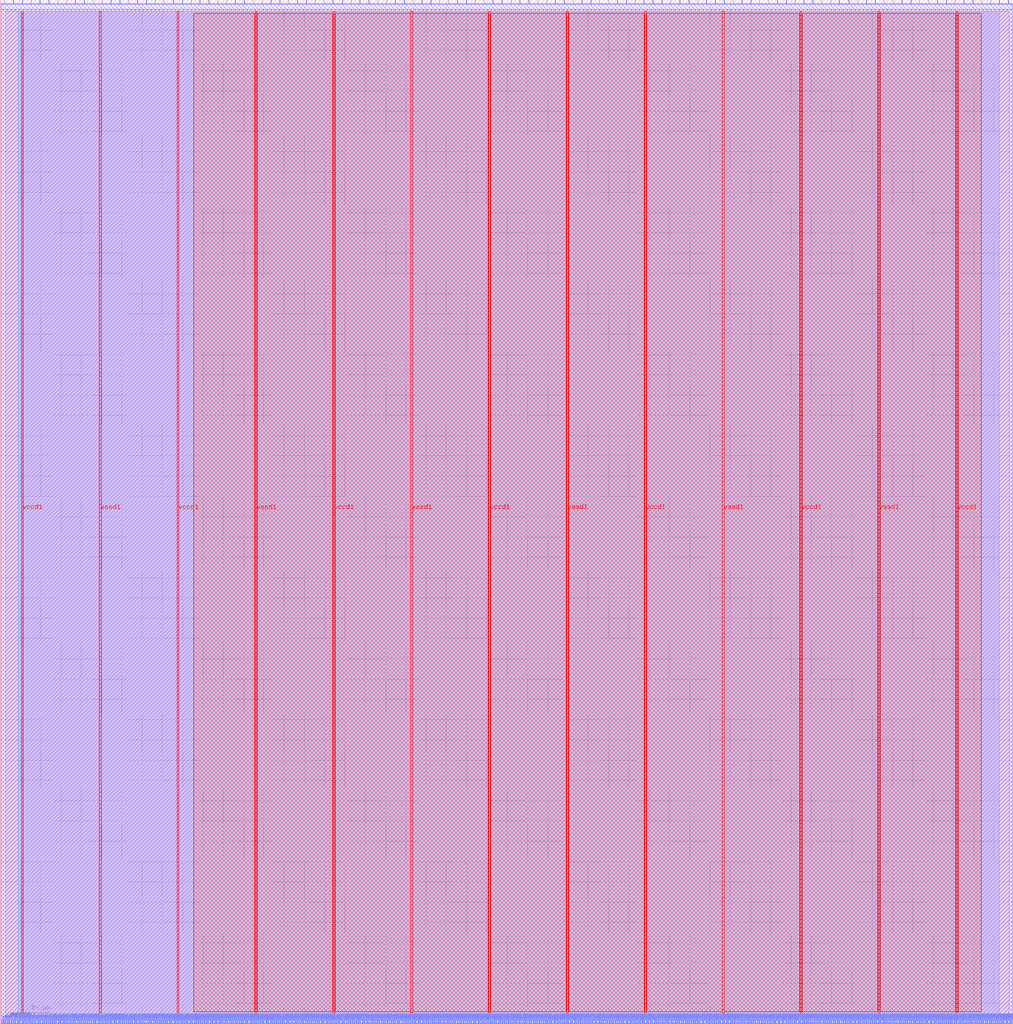
<source format=lef>
VERSION 5.7 ;
  NOWIREEXTENSIONATPIN ON ;
  DIVIDERCHAR "/" ;
  BUSBITCHARS "[]" ;
MACRO user_project
  CLASS BLOCK ;
  FOREIGN user_project ;
  ORIGIN 0.000 0.000 ;
  SIZE 999.060 BY 1009.780 ;
  PIN io_in[0]
    DIRECTION INPUT ;
    USE SIGNAL ;
    PORT
      LAYER met2 ;
        RECT 4.230 1005.780 4.510 1009.780 ;
    END
  END io_in[0]
  PIN io_in[10]
    DIRECTION INPUT ;
    USE SIGNAL ;
    PORT
      LAYER met2 ;
        RECT 266.890 1005.780 267.170 1009.780 ;
    END
  END io_in[10]
  PIN io_in[11]
    DIRECTION INPUT ;
    USE SIGNAL ;
    PORT
      LAYER met2 ;
        RECT 293.110 1005.780 293.390 1009.780 ;
    END
  END io_in[11]
  PIN io_in[12]
    DIRECTION INPUT ;
    USE SIGNAL ;
    PORT
      LAYER met2 ;
        RECT 319.330 1005.780 319.610 1009.780 ;
    END
  END io_in[12]
  PIN io_in[13]
    DIRECTION INPUT ;
    USE SIGNAL ;
    PORT
      LAYER met2 ;
        RECT 346.010 1005.780 346.290 1009.780 ;
    END
  END io_in[13]
  PIN io_in[14]
    DIRECTION INPUT ;
    USE SIGNAL ;
    PORT
      LAYER met2 ;
        RECT 372.230 1005.780 372.510 1009.780 ;
    END
  END io_in[14]
  PIN io_in[15]
    DIRECTION INPUT ;
    USE SIGNAL ;
    PORT
      LAYER met2 ;
        RECT 398.450 1005.780 398.730 1009.780 ;
    END
  END io_in[15]
  PIN io_in[16]
    DIRECTION INPUT ;
    USE SIGNAL ;
    PORT
      LAYER met2 ;
        RECT 424.670 1005.780 424.950 1009.780 ;
    END
  END io_in[16]
  PIN io_in[17]
    DIRECTION INPUT ;
    USE SIGNAL ;
    PORT
      LAYER met2 ;
        RECT 450.890 1005.780 451.170 1009.780 ;
    END
  END io_in[17]
  PIN io_in[18]
    DIRECTION INPUT ;
    USE SIGNAL ;
    PORT
      LAYER met2 ;
        RECT 477.110 1005.780 477.390 1009.780 ;
    END
  END io_in[18]
  PIN io_in[19]
    DIRECTION INPUT ;
    USE SIGNAL ;
    PORT
      LAYER met2 ;
        RECT 503.790 1005.780 504.070 1009.780 ;
    END
  END io_in[19]
  PIN io_in[1]
    DIRECTION INPUT ;
    USE SIGNAL ;
    PORT
      LAYER met2 ;
        RECT 30.450 1005.780 30.730 1009.780 ;
    END
  END io_in[1]
  PIN io_in[20]
    DIRECTION INPUT ;
    USE SIGNAL ;
    PORT
      LAYER met2 ;
        RECT 530.010 1005.780 530.290 1009.780 ;
    END
  END io_in[20]
  PIN io_in[21]
    DIRECTION INPUT ;
    USE SIGNAL ;
    PORT
      LAYER met2 ;
        RECT 556.230 1005.780 556.510 1009.780 ;
    END
  END io_in[21]
  PIN io_in[22]
    DIRECTION INPUT ;
    USE SIGNAL ;
    PORT
      LAYER met2 ;
        RECT 582.450 1005.780 582.730 1009.780 ;
    END
  END io_in[22]
  PIN io_in[23]
    DIRECTION INPUT ;
    USE SIGNAL ;
    PORT
      LAYER met2 ;
        RECT 608.670 1005.780 608.950 1009.780 ;
    END
  END io_in[23]
  PIN io_in[24]
    DIRECTION INPUT ;
    USE SIGNAL ;
    PORT
      LAYER met2 ;
        RECT 634.890 1005.780 635.170 1009.780 ;
    END
  END io_in[24]
  PIN io_in[25]
    DIRECTION INPUT ;
    USE SIGNAL ;
    PORT
      LAYER met2 ;
        RECT 661.110 1005.780 661.390 1009.780 ;
    END
  END io_in[25]
  PIN io_in[26]
    DIRECTION INPUT ;
    USE SIGNAL ;
    PORT
      LAYER met2 ;
        RECT 687.790 1005.780 688.070 1009.780 ;
    END
  END io_in[26]
  PIN io_in[27]
    DIRECTION INPUT ;
    USE SIGNAL ;
    PORT
      LAYER met2 ;
        RECT 714.010 1005.780 714.290 1009.780 ;
    END
  END io_in[27]
  PIN io_in[28]
    DIRECTION INPUT ;
    USE SIGNAL ;
    PORT
      LAYER met2 ;
        RECT 740.230 1005.780 740.510 1009.780 ;
    END
  END io_in[28]
  PIN io_in[29]
    DIRECTION INPUT ;
    USE SIGNAL ;
    PORT
      LAYER met2 ;
        RECT 766.450 1005.780 766.730 1009.780 ;
    END
  END io_in[29]
  PIN io_in[2]
    DIRECTION INPUT ;
    USE SIGNAL ;
    PORT
      LAYER met2 ;
        RECT 56.670 1005.780 56.950 1009.780 ;
    END
  END io_in[2]
  PIN io_in[30]
    DIRECTION INPUT ;
    USE SIGNAL ;
    PORT
      LAYER met2 ;
        RECT 792.670 1005.780 792.950 1009.780 ;
    END
  END io_in[30]
  PIN io_in[31]
    DIRECTION INPUT ;
    USE SIGNAL ;
    PORT
      LAYER met2 ;
        RECT 818.890 1005.780 819.170 1009.780 ;
    END
  END io_in[31]
  PIN io_in[32]
    DIRECTION INPUT ;
    USE SIGNAL ;
    PORT
      LAYER met2 ;
        RECT 845.570 1005.780 845.850 1009.780 ;
    END
  END io_in[32]
  PIN io_in[33]
    DIRECTION INPUT ;
    USE SIGNAL ;
    PORT
      LAYER met2 ;
        RECT 871.790 1005.780 872.070 1009.780 ;
    END
  END io_in[33]
  PIN io_in[34]
    DIRECTION INPUT ;
    USE SIGNAL ;
    PORT
      LAYER met2 ;
        RECT 898.010 1005.780 898.290 1009.780 ;
    END
  END io_in[34]
  PIN io_in[35]
    DIRECTION INPUT ;
    USE SIGNAL ;
    PORT
      LAYER met2 ;
        RECT 924.230 1005.780 924.510 1009.780 ;
    END
  END io_in[35]
  PIN io_in[36]
    DIRECTION INPUT ;
    USE SIGNAL ;
    PORT
      LAYER met2 ;
        RECT 950.450 1005.780 950.730 1009.780 ;
    END
  END io_in[36]
  PIN io_in[37]
    DIRECTION INPUT ;
    USE SIGNAL ;
    PORT
      LAYER met2 ;
        RECT 976.670 1005.780 976.950 1009.780 ;
    END
  END io_in[37]
  PIN io_in[3]
    DIRECTION INPUT ;
    USE SIGNAL ;
    PORT
      LAYER met2 ;
        RECT 82.890 1005.780 83.170 1009.780 ;
    END
  END io_in[3]
  PIN io_in[4]
    DIRECTION INPUT ;
    USE SIGNAL ;
    PORT
      LAYER met2 ;
        RECT 109.110 1005.780 109.390 1009.780 ;
    END
  END io_in[4]
  PIN io_in[5]
    DIRECTION INPUT ;
    USE SIGNAL ;
    PORT
      LAYER met2 ;
        RECT 135.330 1005.780 135.610 1009.780 ;
    END
  END io_in[5]
  PIN io_in[6]
    DIRECTION INPUT ;
    USE SIGNAL ;
    PORT
      LAYER met2 ;
        RECT 161.550 1005.780 161.830 1009.780 ;
    END
  END io_in[6]
  PIN io_in[7]
    DIRECTION INPUT ;
    USE SIGNAL ;
    PORT
      LAYER met2 ;
        RECT 188.230 1005.780 188.510 1009.780 ;
    END
  END io_in[7]
  PIN io_in[8]
    DIRECTION INPUT ;
    USE SIGNAL ;
    PORT
      LAYER met2 ;
        RECT 214.450 1005.780 214.730 1009.780 ;
    END
  END io_in[8]
  PIN io_in[9]
    DIRECTION INPUT ;
    USE SIGNAL ;
    PORT
      LAYER met2 ;
        RECT 240.670 1005.780 240.950 1009.780 ;
    END
  END io_in[9]
  PIN io_oeb[0]
    DIRECTION OUTPUT TRISTATE ;
    USE SIGNAL ;
    PORT
      LAYER met2 ;
        RECT 12.970 1005.780 13.250 1009.780 ;
    END
  END io_oeb[0]
  PIN io_oeb[10]
    DIRECTION OUTPUT TRISTATE ;
    USE SIGNAL ;
    PORT
      LAYER met2 ;
        RECT 275.630 1005.780 275.910 1009.780 ;
    END
  END io_oeb[10]
  PIN io_oeb[11]
    DIRECTION OUTPUT TRISTATE ;
    USE SIGNAL ;
    PORT
      LAYER met2 ;
        RECT 301.850 1005.780 302.130 1009.780 ;
    END
  END io_oeb[11]
  PIN io_oeb[12]
    DIRECTION OUTPUT TRISTATE ;
    USE SIGNAL ;
    PORT
      LAYER met2 ;
        RECT 328.070 1005.780 328.350 1009.780 ;
    END
  END io_oeb[12]
  PIN io_oeb[13]
    DIRECTION OUTPUT TRISTATE ;
    USE SIGNAL ;
    PORT
      LAYER met2 ;
        RECT 354.750 1005.780 355.030 1009.780 ;
    END
  END io_oeb[13]
  PIN io_oeb[14]
    DIRECTION OUTPUT TRISTATE ;
    USE SIGNAL ;
    PORT
      LAYER met2 ;
        RECT 380.970 1005.780 381.250 1009.780 ;
    END
  END io_oeb[14]
  PIN io_oeb[15]
    DIRECTION OUTPUT TRISTATE ;
    USE SIGNAL ;
    PORT
      LAYER met2 ;
        RECT 407.190 1005.780 407.470 1009.780 ;
    END
  END io_oeb[15]
  PIN io_oeb[16]
    DIRECTION OUTPUT TRISTATE ;
    USE SIGNAL ;
    PORT
      LAYER met2 ;
        RECT 433.410 1005.780 433.690 1009.780 ;
    END
  END io_oeb[16]
  PIN io_oeb[17]
    DIRECTION OUTPUT TRISTATE ;
    USE SIGNAL ;
    PORT
      LAYER met2 ;
        RECT 459.630 1005.780 459.910 1009.780 ;
    END
  END io_oeb[17]
  PIN io_oeb[18]
    DIRECTION OUTPUT TRISTATE ;
    USE SIGNAL ;
    PORT
      LAYER met2 ;
        RECT 485.850 1005.780 486.130 1009.780 ;
    END
  END io_oeb[18]
  PIN io_oeb[19]
    DIRECTION OUTPUT TRISTATE ;
    USE SIGNAL ;
    PORT
      LAYER met2 ;
        RECT 512.530 1005.780 512.810 1009.780 ;
    END
  END io_oeb[19]
  PIN io_oeb[1]
    DIRECTION OUTPUT TRISTATE ;
    USE SIGNAL ;
    PORT
      LAYER met2 ;
        RECT 39.190 1005.780 39.470 1009.780 ;
    END
  END io_oeb[1]
  PIN io_oeb[20]
    DIRECTION OUTPUT TRISTATE ;
    USE SIGNAL ;
    PORT
      LAYER met2 ;
        RECT 538.750 1005.780 539.030 1009.780 ;
    END
  END io_oeb[20]
  PIN io_oeb[21]
    DIRECTION OUTPUT TRISTATE ;
    USE SIGNAL ;
    PORT
      LAYER met2 ;
        RECT 564.970 1005.780 565.250 1009.780 ;
    END
  END io_oeb[21]
  PIN io_oeb[22]
    DIRECTION OUTPUT TRISTATE ;
    USE SIGNAL ;
    PORT
      LAYER met2 ;
        RECT 591.190 1005.780 591.470 1009.780 ;
    END
  END io_oeb[22]
  PIN io_oeb[23]
    DIRECTION OUTPUT TRISTATE ;
    USE SIGNAL ;
    PORT
      LAYER met2 ;
        RECT 617.410 1005.780 617.690 1009.780 ;
    END
  END io_oeb[23]
  PIN io_oeb[24]
    DIRECTION OUTPUT TRISTATE ;
    USE SIGNAL ;
    PORT
      LAYER met2 ;
        RECT 643.630 1005.780 643.910 1009.780 ;
    END
  END io_oeb[24]
  PIN io_oeb[25]
    DIRECTION OUTPUT TRISTATE ;
    USE SIGNAL ;
    PORT
      LAYER met2 ;
        RECT 670.310 1005.780 670.590 1009.780 ;
    END
  END io_oeb[25]
  PIN io_oeb[26]
    DIRECTION OUTPUT TRISTATE ;
    USE SIGNAL ;
    PORT
      LAYER met2 ;
        RECT 696.530 1005.780 696.810 1009.780 ;
    END
  END io_oeb[26]
  PIN io_oeb[27]
    DIRECTION OUTPUT TRISTATE ;
    USE SIGNAL ;
    PORT
      LAYER met2 ;
        RECT 722.750 1005.780 723.030 1009.780 ;
    END
  END io_oeb[27]
  PIN io_oeb[28]
    DIRECTION OUTPUT TRISTATE ;
    USE SIGNAL ;
    PORT
      LAYER met2 ;
        RECT 748.970 1005.780 749.250 1009.780 ;
    END
  END io_oeb[28]
  PIN io_oeb[29]
    DIRECTION OUTPUT TRISTATE ;
    USE SIGNAL ;
    PORT
      LAYER met2 ;
        RECT 775.190 1005.780 775.470 1009.780 ;
    END
  END io_oeb[29]
  PIN io_oeb[2]
    DIRECTION OUTPUT TRISTATE ;
    USE SIGNAL ;
    PORT
      LAYER met2 ;
        RECT 65.410 1005.780 65.690 1009.780 ;
    END
  END io_oeb[2]
  PIN io_oeb[30]
    DIRECTION OUTPUT TRISTATE ;
    USE SIGNAL ;
    PORT
      LAYER met2 ;
        RECT 801.410 1005.780 801.690 1009.780 ;
    END
  END io_oeb[30]
  PIN io_oeb[31]
    DIRECTION OUTPUT TRISTATE ;
    USE SIGNAL ;
    PORT
      LAYER met2 ;
        RECT 827.630 1005.780 827.910 1009.780 ;
    END
  END io_oeb[31]
  PIN io_oeb[32]
    DIRECTION OUTPUT TRISTATE ;
    USE SIGNAL ;
    PORT
      LAYER met2 ;
        RECT 854.310 1005.780 854.590 1009.780 ;
    END
  END io_oeb[32]
  PIN io_oeb[33]
    DIRECTION OUTPUT TRISTATE ;
    USE SIGNAL ;
    PORT
      LAYER met2 ;
        RECT 880.530 1005.780 880.810 1009.780 ;
    END
  END io_oeb[33]
  PIN io_oeb[34]
    DIRECTION OUTPUT TRISTATE ;
    USE SIGNAL ;
    PORT
      LAYER met2 ;
        RECT 906.750 1005.780 907.030 1009.780 ;
    END
  END io_oeb[34]
  PIN io_oeb[35]
    DIRECTION OUTPUT TRISTATE ;
    USE SIGNAL ;
    PORT
      LAYER met2 ;
        RECT 932.970 1005.780 933.250 1009.780 ;
    END
  END io_oeb[35]
  PIN io_oeb[36]
    DIRECTION OUTPUT TRISTATE ;
    USE SIGNAL ;
    PORT
      LAYER met2 ;
        RECT 959.190 1005.780 959.470 1009.780 ;
    END
  END io_oeb[36]
  PIN io_oeb[37]
    DIRECTION OUTPUT TRISTATE ;
    USE SIGNAL ;
    PORT
      LAYER met2 ;
        RECT 985.410 1005.780 985.690 1009.780 ;
    END
  END io_oeb[37]
  PIN io_oeb[3]
    DIRECTION OUTPUT TRISTATE ;
    USE SIGNAL ;
    PORT
      LAYER met2 ;
        RECT 91.630 1005.780 91.910 1009.780 ;
    END
  END io_oeb[3]
  PIN io_oeb[4]
    DIRECTION OUTPUT TRISTATE ;
    USE SIGNAL ;
    PORT
      LAYER met2 ;
        RECT 117.850 1005.780 118.130 1009.780 ;
    END
  END io_oeb[4]
  PIN io_oeb[5]
    DIRECTION OUTPUT TRISTATE ;
    USE SIGNAL ;
    PORT
      LAYER met2 ;
        RECT 144.070 1005.780 144.350 1009.780 ;
    END
  END io_oeb[5]
  PIN io_oeb[6]
    DIRECTION OUTPUT TRISTATE ;
    USE SIGNAL ;
    PORT
      LAYER met2 ;
        RECT 170.750 1005.780 171.030 1009.780 ;
    END
  END io_oeb[6]
  PIN io_oeb[7]
    DIRECTION OUTPUT TRISTATE ;
    USE SIGNAL ;
    PORT
      LAYER met2 ;
        RECT 196.970 1005.780 197.250 1009.780 ;
    END
  END io_oeb[7]
  PIN io_oeb[8]
    DIRECTION OUTPUT TRISTATE ;
    USE SIGNAL ;
    PORT
      LAYER met2 ;
        RECT 223.190 1005.780 223.470 1009.780 ;
    END
  END io_oeb[8]
  PIN io_oeb[9]
    DIRECTION OUTPUT TRISTATE ;
    USE SIGNAL ;
    PORT
      LAYER met2 ;
        RECT 249.410 1005.780 249.690 1009.780 ;
    END
  END io_oeb[9]
  PIN io_out[0]
    DIRECTION OUTPUT TRISTATE ;
    USE SIGNAL ;
    PORT
      LAYER met2 ;
        RECT 21.710 1005.780 21.990 1009.780 ;
    END
  END io_out[0]
  PIN io_out[10]
    DIRECTION OUTPUT TRISTATE ;
    USE SIGNAL ;
    PORT
      LAYER met2 ;
        RECT 284.370 1005.780 284.650 1009.780 ;
    END
  END io_out[10]
  PIN io_out[11]
    DIRECTION OUTPUT TRISTATE ;
    USE SIGNAL ;
    PORT
      LAYER met2 ;
        RECT 310.590 1005.780 310.870 1009.780 ;
    END
  END io_out[11]
  PIN io_out[12]
    DIRECTION OUTPUT TRISTATE ;
    USE SIGNAL ;
    PORT
      LAYER met2 ;
        RECT 337.270 1005.780 337.550 1009.780 ;
    END
  END io_out[12]
  PIN io_out[13]
    DIRECTION OUTPUT TRISTATE ;
    USE SIGNAL ;
    PORT
      LAYER met2 ;
        RECT 363.490 1005.780 363.770 1009.780 ;
    END
  END io_out[13]
  PIN io_out[14]
    DIRECTION OUTPUT TRISTATE ;
    USE SIGNAL ;
    PORT
      LAYER met2 ;
        RECT 389.710 1005.780 389.990 1009.780 ;
    END
  END io_out[14]
  PIN io_out[15]
    DIRECTION OUTPUT TRISTATE ;
    USE SIGNAL ;
    PORT
      LAYER met2 ;
        RECT 415.930 1005.780 416.210 1009.780 ;
    END
  END io_out[15]
  PIN io_out[16]
    DIRECTION OUTPUT TRISTATE ;
    USE SIGNAL ;
    PORT
      LAYER met2 ;
        RECT 442.150 1005.780 442.430 1009.780 ;
    END
  END io_out[16]
  PIN io_out[17]
    DIRECTION OUTPUT TRISTATE ;
    USE SIGNAL ;
    PORT
      LAYER met2 ;
        RECT 468.370 1005.780 468.650 1009.780 ;
    END
  END io_out[17]
  PIN io_out[18]
    DIRECTION OUTPUT TRISTATE ;
    USE SIGNAL ;
    PORT
      LAYER met2 ;
        RECT 494.590 1005.780 494.870 1009.780 ;
    END
  END io_out[18]
  PIN io_out[19]
    DIRECTION OUTPUT TRISTATE ;
    USE SIGNAL ;
    PORT
      LAYER met2 ;
        RECT 521.270 1005.780 521.550 1009.780 ;
    END
  END io_out[19]
  PIN io_out[1]
    DIRECTION OUTPUT TRISTATE ;
    USE SIGNAL ;
    PORT
      LAYER met2 ;
        RECT 47.930 1005.780 48.210 1009.780 ;
    END
  END io_out[1]
  PIN io_out[20]
    DIRECTION OUTPUT TRISTATE ;
    USE SIGNAL ;
    PORT
      LAYER met2 ;
        RECT 547.490 1005.780 547.770 1009.780 ;
    END
  END io_out[20]
  PIN io_out[21]
    DIRECTION OUTPUT TRISTATE ;
    USE SIGNAL ;
    PORT
      LAYER met2 ;
        RECT 573.710 1005.780 573.990 1009.780 ;
    END
  END io_out[21]
  PIN io_out[22]
    DIRECTION OUTPUT TRISTATE ;
    USE SIGNAL ;
    PORT
      LAYER met2 ;
        RECT 599.930 1005.780 600.210 1009.780 ;
    END
  END io_out[22]
  PIN io_out[23]
    DIRECTION OUTPUT TRISTATE ;
    USE SIGNAL ;
    PORT
      LAYER met2 ;
        RECT 626.150 1005.780 626.430 1009.780 ;
    END
  END io_out[23]
  PIN io_out[24]
    DIRECTION OUTPUT TRISTATE ;
    USE SIGNAL ;
    PORT
      LAYER met2 ;
        RECT 652.370 1005.780 652.650 1009.780 ;
    END
  END io_out[24]
  PIN io_out[25]
    DIRECTION OUTPUT TRISTATE ;
    USE SIGNAL ;
    PORT
      LAYER met2 ;
        RECT 679.050 1005.780 679.330 1009.780 ;
    END
  END io_out[25]
  PIN io_out[26]
    DIRECTION OUTPUT TRISTATE ;
    USE SIGNAL ;
    PORT
      LAYER met2 ;
        RECT 705.270 1005.780 705.550 1009.780 ;
    END
  END io_out[26]
  PIN io_out[27]
    DIRECTION OUTPUT TRISTATE ;
    USE SIGNAL ;
    PORT
      LAYER met2 ;
        RECT 731.490 1005.780 731.770 1009.780 ;
    END
  END io_out[27]
  PIN io_out[28]
    DIRECTION OUTPUT TRISTATE ;
    USE SIGNAL ;
    PORT
      LAYER met2 ;
        RECT 757.710 1005.780 757.990 1009.780 ;
    END
  END io_out[28]
  PIN io_out[29]
    DIRECTION OUTPUT TRISTATE ;
    USE SIGNAL ;
    PORT
      LAYER met2 ;
        RECT 783.930 1005.780 784.210 1009.780 ;
    END
  END io_out[29]
  PIN io_out[2]
    DIRECTION OUTPUT TRISTATE ;
    USE SIGNAL ;
    PORT
      LAYER met2 ;
        RECT 74.150 1005.780 74.430 1009.780 ;
    END
  END io_out[2]
  PIN io_out[30]
    DIRECTION OUTPUT TRISTATE ;
    USE SIGNAL ;
    PORT
      LAYER met2 ;
        RECT 810.150 1005.780 810.430 1009.780 ;
    END
  END io_out[30]
  PIN io_out[31]
    DIRECTION OUTPUT TRISTATE ;
    USE SIGNAL ;
    PORT
      LAYER met2 ;
        RECT 836.830 1005.780 837.110 1009.780 ;
    END
  END io_out[31]
  PIN io_out[32]
    DIRECTION OUTPUT TRISTATE ;
    USE SIGNAL ;
    PORT
      LAYER met2 ;
        RECT 863.050 1005.780 863.330 1009.780 ;
    END
  END io_out[32]
  PIN io_out[33]
    DIRECTION OUTPUT TRISTATE ;
    USE SIGNAL ;
    PORT
      LAYER met2 ;
        RECT 889.270 1005.780 889.550 1009.780 ;
    END
  END io_out[33]
  PIN io_out[34]
    DIRECTION OUTPUT TRISTATE ;
    USE SIGNAL ;
    PORT
      LAYER met2 ;
        RECT 915.490 1005.780 915.770 1009.780 ;
    END
  END io_out[34]
  PIN io_out[35]
    DIRECTION OUTPUT TRISTATE ;
    USE SIGNAL ;
    PORT
      LAYER met2 ;
        RECT 941.710 1005.780 941.990 1009.780 ;
    END
  END io_out[35]
  PIN io_out[36]
    DIRECTION OUTPUT TRISTATE ;
    USE SIGNAL ;
    PORT
      LAYER met2 ;
        RECT 967.930 1005.780 968.210 1009.780 ;
    END
  END io_out[36]
  PIN io_out[37]
    DIRECTION OUTPUT TRISTATE ;
    USE SIGNAL ;
    PORT
      LAYER met2 ;
        RECT 994.150 1005.780 994.430 1009.780 ;
    END
  END io_out[37]
  PIN io_out[3]
    DIRECTION OUTPUT TRISTATE ;
    USE SIGNAL ;
    PORT
      LAYER met2 ;
        RECT 100.370 1005.780 100.650 1009.780 ;
    END
  END io_out[3]
  PIN io_out[4]
    DIRECTION OUTPUT TRISTATE ;
    USE SIGNAL ;
    PORT
      LAYER met2 ;
        RECT 126.590 1005.780 126.870 1009.780 ;
    END
  END io_out[4]
  PIN io_out[5]
    DIRECTION OUTPUT TRISTATE ;
    USE SIGNAL ;
    PORT
      LAYER met2 ;
        RECT 152.810 1005.780 153.090 1009.780 ;
    END
  END io_out[5]
  PIN io_out[6]
    DIRECTION OUTPUT TRISTATE ;
    USE SIGNAL ;
    PORT
      LAYER met2 ;
        RECT 179.490 1005.780 179.770 1009.780 ;
    END
  END io_out[6]
  PIN io_out[7]
    DIRECTION OUTPUT TRISTATE ;
    USE SIGNAL ;
    PORT
      LAYER met2 ;
        RECT 205.710 1005.780 205.990 1009.780 ;
    END
  END io_out[7]
  PIN io_out[8]
    DIRECTION OUTPUT TRISTATE ;
    USE SIGNAL ;
    PORT
      LAYER met2 ;
        RECT 231.930 1005.780 232.210 1009.780 ;
    END
  END io_out[8]
  PIN io_out[9]
    DIRECTION OUTPUT TRISTATE ;
    USE SIGNAL ;
    PORT
      LAYER met2 ;
        RECT 258.150 1005.780 258.430 1009.780 ;
    END
  END io_out[9]
  PIN irq[0]
    DIRECTION OUTPUT TRISTATE ;
    USE SIGNAL ;
    PORT
      LAYER met2 ;
        RECT 993.690 0.000 993.970 4.000 ;
    END
  END irq[0]
  PIN irq[1]
    DIRECTION OUTPUT TRISTATE ;
    USE SIGNAL ;
    PORT
      LAYER met2 ;
        RECT 995.990 0.000 996.270 4.000 ;
    END
  END irq[1]
  PIN irq[2]
    DIRECTION OUTPUT TRISTATE ;
    USE SIGNAL ;
    PORT
      LAYER met2 ;
        RECT 997.830 0.000 998.110 4.000 ;
    END
  END irq[2]
  PIN la_data_in[0]
    DIRECTION INPUT ;
    USE SIGNAL ;
    PORT
      LAYER met2 ;
        RECT 215.830 0.000 216.110 4.000 ;
    END
  END la_data_in[0]
  PIN la_data_in[100]
    DIRECTION INPUT ;
    USE SIGNAL ;
    PORT
      LAYER met2 ;
        RECT 823.490 0.000 823.770 4.000 ;
    END
  END la_data_in[100]
  PIN la_data_in[101]
    DIRECTION INPUT ;
    USE SIGNAL ;
    PORT
      LAYER met2 ;
        RECT 829.470 0.000 829.750 4.000 ;
    END
  END la_data_in[101]
  PIN la_data_in[102]
    DIRECTION INPUT ;
    USE SIGNAL ;
    PORT
      LAYER met2 ;
        RECT 835.910 0.000 836.190 4.000 ;
    END
  END la_data_in[102]
  PIN la_data_in[103]
    DIRECTION INPUT ;
    USE SIGNAL ;
    PORT
      LAYER met2 ;
        RECT 841.890 0.000 842.170 4.000 ;
    END
  END la_data_in[103]
  PIN la_data_in[104]
    DIRECTION INPUT ;
    USE SIGNAL ;
    PORT
      LAYER met2 ;
        RECT 847.870 0.000 848.150 4.000 ;
    END
  END la_data_in[104]
  PIN la_data_in[105]
    DIRECTION INPUT ;
    USE SIGNAL ;
    PORT
      LAYER met2 ;
        RECT 853.850 0.000 854.130 4.000 ;
    END
  END la_data_in[105]
  PIN la_data_in[106]
    DIRECTION INPUT ;
    USE SIGNAL ;
    PORT
      LAYER met2 ;
        RECT 860.290 0.000 860.570 4.000 ;
    END
  END la_data_in[106]
  PIN la_data_in[107]
    DIRECTION INPUT ;
    USE SIGNAL ;
    PORT
      LAYER met2 ;
        RECT 866.270 0.000 866.550 4.000 ;
    END
  END la_data_in[107]
  PIN la_data_in[108]
    DIRECTION INPUT ;
    USE SIGNAL ;
    PORT
      LAYER met2 ;
        RECT 872.250 0.000 872.530 4.000 ;
    END
  END la_data_in[108]
  PIN la_data_in[109]
    DIRECTION INPUT ;
    USE SIGNAL ;
    PORT
      LAYER met2 ;
        RECT 878.230 0.000 878.510 4.000 ;
    END
  END la_data_in[109]
  PIN la_data_in[10]
    DIRECTION INPUT ;
    USE SIGNAL ;
    PORT
      LAYER met2 ;
        RECT 276.550 0.000 276.830 4.000 ;
    END
  END la_data_in[10]
  PIN la_data_in[110]
    DIRECTION INPUT ;
    USE SIGNAL ;
    PORT
      LAYER met2 ;
        RECT 884.210 0.000 884.490 4.000 ;
    END
  END la_data_in[110]
  PIN la_data_in[111]
    DIRECTION INPUT ;
    USE SIGNAL ;
    PORT
      LAYER met2 ;
        RECT 890.650 0.000 890.930 4.000 ;
    END
  END la_data_in[111]
  PIN la_data_in[112]
    DIRECTION INPUT ;
    USE SIGNAL ;
    PORT
      LAYER met2 ;
        RECT 896.630 0.000 896.910 4.000 ;
    END
  END la_data_in[112]
  PIN la_data_in[113]
    DIRECTION INPUT ;
    USE SIGNAL ;
    PORT
      LAYER met2 ;
        RECT 902.610 0.000 902.890 4.000 ;
    END
  END la_data_in[113]
  PIN la_data_in[114]
    DIRECTION INPUT ;
    USE SIGNAL ;
    PORT
      LAYER met2 ;
        RECT 908.590 0.000 908.870 4.000 ;
    END
  END la_data_in[114]
  PIN la_data_in[115]
    DIRECTION INPUT ;
    USE SIGNAL ;
    PORT
      LAYER met2 ;
        RECT 914.570 0.000 914.850 4.000 ;
    END
  END la_data_in[115]
  PIN la_data_in[116]
    DIRECTION INPUT ;
    USE SIGNAL ;
    PORT
      LAYER met2 ;
        RECT 921.010 0.000 921.290 4.000 ;
    END
  END la_data_in[116]
  PIN la_data_in[117]
    DIRECTION INPUT ;
    USE SIGNAL ;
    PORT
      LAYER met2 ;
        RECT 926.990 0.000 927.270 4.000 ;
    END
  END la_data_in[117]
  PIN la_data_in[118]
    DIRECTION INPUT ;
    USE SIGNAL ;
    PORT
      LAYER met2 ;
        RECT 932.970 0.000 933.250 4.000 ;
    END
  END la_data_in[118]
  PIN la_data_in[119]
    DIRECTION INPUT ;
    USE SIGNAL ;
    PORT
      LAYER met2 ;
        RECT 938.950 0.000 939.230 4.000 ;
    END
  END la_data_in[119]
  PIN la_data_in[11]
    DIRECTION INPUT ;
    USE SIGNAL ;
    PORT
      LAYER met2 ;
        RECT 282.530 0.000 282.810 4.000 ;
    END
  END la_data_in[11]
  PIN la_data_in[120]
    DIRECTION INPUT ;
    USE SIGNAL ;
    PORT
      LAYER met2 ;
        RECT 945.390 0.000 945.670 4.000 ;
    END
  END la_data_in[120]
  PIN la_data_in[121]
    DIRECTION INPUT ;
    USE SIGNAL ;
    PORT
      LAYER met2 ;
        RECT 951.370 0.000 951.650 4.000 ;
    END
  END la_data_in[121]
  PIN la_data_in[122]
    DIRECTION INPUT ;
    USE SIGNAL ;
    PORT
      LAYER met2 ;
        RECT 957.350 0.000 957.630 4.000 ;
    END
  END la_data_in[122]
  PIN la_data_in[123]
    DIRECTION INPUT ;
    USE SIGNAL ;
    PORT
      LAYER met2 ;
        RECT 963.330 0.000 963.610 4.000 ;
    END
  END la_data_in[123]
  PIN la_data_in[124]
    DIRECTION INPUT ;
    USE SIGNAL ;
    PORT
      LAYER met2 ;
        RECT 969.310 0.000 969.590 4.000 ;
    END
  END la_data_in[124]
  PIN la_data_in[125]
    DIRECTION INPUT ;
    USE SIGNAL ;
    PORT
      LAYER met2 ;
        RECT 975.750 0.000 976.030 4.000 ;
    END
  END la_data_in[125]
  PIN la_data_in[126]
    DIRECTION INPUT ;
    USE SIGNAL ;
    PORT
      LAYER met2 ;
        RECT 981.730 0.000 982.010 4.000 ;
    END
  END la_data_in[126]
  PIN la_data_in[127]
    DIRECTION INPUT ;
    USE SIGNAL ;
    PORT
      LAYER met2 ;
        RECT 987.710 0.000 987.990 4.000 ;
    END
  END la_data_in[127]
  PIN la_data_in[12]
    DIRECTION INPUT ;
    USE SIGNAL ;
    PORT
      LAYER met2 ;
        RECT 288.510 0.000 288.790 4.000 ;
    END
  END la_data_in[12]
  PIN la_data_in[13]
    DIRECTION INPUT ;
    USE SIGNAL ;
    PORT
      LAYER met2 ;
        RECT 294.490 0.000 294.770 4.000 ;
    END
  END la_data_in[13]
  PIN la_data_in[14]
    DIRECTION INPUT ;
    USE SIGNAL ;
    PORT
      LAYER met2 ;
        RECT 300.930 0.000 301.210 4.000 ;
    END
  END la_data_in[14]
  PIN la_data_in[15]
    DIRECTION INPUT ;
    USE SIGNAL ;
    PORT
      LAYER met2 ;
        RECT 306.910 0.000 307.190 4.000 ;
    END
  END la_data_in[15]
  PIN la_data_in[16]
    DIRECTION INPUT ;
    USE SIGNAL ;
    PORT
      LAYER met2 ;
        RECT 312.890 0.000 313.170 4.000 ;
    END
  END la_data_in[16]
  PIN la_data_in[17]
    DIRECTION INPUT ;
    USE SIGNAL ;
    PORT
      LAYER met2 ;
        RECT 318.870 0.000 319.150 4.000 ;
    END
  END la_data_in[17]
  PIN la_data_in[18]
    DIRECTION INPUT ;
    USE SIGNAL ;
    PORT
      LAYER met2 ;
        RECT 324.850 0.000 325.130 4.000 ;
    END
  END la_data_in[18]
  PIN la_data_in[19]
    DIRECTION INPUT ;
    USE SIGNAL ;
    PORT
      LAYER met2 ;
        RECT 331.290 0.000 331.570 4.000 ;
    END
  END la_data_in[19]
  PIN la_data_in[1]
    DIRECTION INPUT ;
    USE SIGNAL ;
    PORT
      LAYER met2 ;
        RECT 221.810 0.000 222.090 4.000 ;
    END
  END la_data_in[1]
  PIN la_data_in[20]
    DIRECTION INPUT ;
    USE SIGNAL ;
    PORT
      LAYER met2 ;
        RECT 337.270 0.000 337.550 4.000 ;
    END
  END la_data_in[20]
  PIN la_data_in[21]
    DIRECTION INPUT ;
    USE SIGNAL ;
    PORT
      LAYER met2 ;
        RECT 343.250 0.000 343.530 4.000 ;
    END
  END la_data_in[21]
  PIN la_data_in[22]
    DIRECTION INPUT ;
    USE SIGNAL ;
    PORT
      LAYER met2 ;
        RECT 349.230 0.000 349.510 4.000 ;
    END
  END la_data_in[22]
  PIN la_data_in[23]
    DIRECTION INPUT ;
    USE SIGNAL ;
    PORT
      LAYER met2 ;
        RECT 355.210 0.000 355.490 4.000 ;
    END
  END la_data_in[23]
  PIN la_data_in[24]
    DIRECTION INPUT ;
    USE SIGNAL ;
    PORT
      LAYER met2 ;
        RECT 361.650 0.000 361.930 4.000 ;
    END
  END la_data_in[24]
  PIN la_data_in[25]
    DIRECTION INPUT ;
    USE SIGNAL ;
    PORT
      LAYER met2 ;
        RECT 367.630 0.000 367.910 4.000 ;
    END
  END la_data_in[25]
  PIN la_data_in[26]
    DIRECTION INPUT ;
    USE SIGNAL ;
    PORT
      LAYER met2 ;
        RECT 373.610 0.000 373.890 4.000 ;
    END
  END la_data_in[26]
  PIN la_data_in[27]
    DIRECTION INPUT ;
    USE SIGNAL ;
    PORT
      LAYER met2 ;
        RECT 379.590 0.000 379.870 4.000 ;
    END
  END la_data_in[27]
  PIN la_data_in[28]
    DIRECTION INPUT ;
    USE SIGNAL ;
    PORT
      LAYER met2 ;
        RECT 386.030 0.000 386.310 4.000 ;
    END
  END la_data_in[28]
  PIN la_data_in[29]
    DIRECTION INPUT ;
    USE SIGNAL ;
    PORT
      LAYER met2 ;
        RECT 392.010 0.000 392.290 4.000 ;
    END
  END la_data_in[29]
  PIN la_data_in[2]
    DIRECTION INPUT ;
    USE SIGNAL ;
    PORT
      LAYER met2 ;
        RECT 227.790 0.000 228.070 4.000 ;
    END
  END la_data_in[2]
  PIN la_data_in[30]
    DIRECTION INPUT ;
    USE SIGNAL ;
    PORT
      LAYER met2 ;
        RECT 397.990 0.000 398.270 4.000 ;
    END
  END la_data_in[30]
  PIN la_data_in[31]
    DIRECTION INPUT ;
    USE SIGNAL ;
    PORT
      LAYER met2 ;
        RECT 403.970 0.000 404.250 4.000 ;
    END
  END la_data_in[31]
  PIN la_data_in[32]
    DIRECTION INPUT ;
    USE SIGNAL ;
    PORT
      LAYER met2 ;
        RECT 409.950 0.000 410.230 4.000 ;
    END
  END la_data_in[32]
  PIN la_data_in[33]
    DIRECTION INPUT ;
    USE SIGNAL ;
    PORT
      LAYER met2 ;
        RECT 416.390 0.000 416.670 4.000 ;
    END
  END la_data_in[33]
  PIN la_data_in[34]
    DIRECTION INPUT ;
    USE SIGNAL ;
    PORT
      LAYER met2 ;
        RECT 422.370 0.000 422.650 4.000 ;
    END
  END la_data_in[34]
  PIN la_data_in[35]
    DIRECTION INPUT ;
    USE SIGNAL ;
    PORT
      LAYER met2 ;
        RECT 428.350 0.000 428.630 4.000 ;
    END
  END la_data_in[35]
  PIN la_data_in[36]
    DIRECTION INPUT ;
    USE SIGNAL ;
    PORT
      LAYER met2 ;
        RECT 434.330 0.000 434.610 4.000 ;
    END
  END la_data_in[36]
  PIN la_data_in[37]
    DIRECTION INPUT ;
    USE SIGNAL ;
    PORT
      LAYER met2 ;
        RECT 440.770 0.000 441.050 4.000 ;
    END
  END la_data_in[37]
  PIN la_data_in[38]
    DIRECTION INPUT ;
    USE SIGNAL ;
    PORT
      LAYER met2 ;
        RECT 446.750 0.000 447.030 4.000 ;
    END
  END la_data_in[38]
  PIN la_data_in[39]
    DIRECTION INPUT ;
    USE SIGNAL ;
    PORT
      LAYER met2 ;
        RECT 452.730 0.000 453.010 4.000 ;
    END
  END la_data_in[39]
  PIN la_data_in[3]
    DIRECTION INPUT ;
    USE SIGNAL ;
    PORT
      LAYER met2 ;
        RECT 233.770 0.000 234.050 4.000 ;
    END
  END la_data_in[3]
  PIN la_data_in[40]
    DIRECTION INPUT ;
    USE SIGNAL ;
    PORT
      LAYER met2 ;
        RECT 458.710 0.000 458.990 4.000 ;
    END
  END la_data_in[40]
  PIN la_data_in[41]
    DIRECTION INPUT ;
    USE SIGNAL ;
    PORT
      LAYER met2 ;
        RECT 464.690 0.000 464.970 4.000 ;
    END
  END la_data_in[41]
  PIN la_data_in[42]
    DIRECTION INPUT ;
    USE SIGNAL ;
    PORT
      LAYER met2 ;
        RECT 471.130 0.000 471.410 4.000 ;
    END
  END la_data_in[42]
  PIN la_data_in[43]
    DIRECTION INPUT ;
    USE SIGNAL ;
    PORT
      LAYER met2 ;
        RECT 477.110 0.000 477.390 4.000 ;
    END
  END la_data_in[43]
  PIN la_data_in[44]
    DIRECTION INPUT ;
    USE SIGNAL ;
    PORT
      LAYER met2 ;
        RECT 483.090 0.000 483.370 4.000 ;
    END
  END la_data_in[44]
  PIN la_data_in[45]
    DIRECTION INPUT ;
    USE SIGNAL ;
    PORT
      LAYER met2 ;
        RECT 489.070 0.000 489.350 4.000 ;
    END
  END la_data_in[45]
  PIN la_data_in[46]
    DIRECTION INPUT ;
    USE SIGNAL ;
    PORT
      LAYER met2 ;
        RECT 495.050 0.000 495.330 4.000 ;
    END
  END la_data_in[46]
  PIN la_data_in[47]
    DIRECTION INPUT ;
    USE SIGNAL ;
    PORT
      LAYER met2 ;
        RECT 501.490 0.000 501.770 4.000 ;
    END
  END la_data_in[47]
  PIN la_data_in[48]
    DIRECTION INPUT ;
    USE SIGNAL ;
    PORT
      LAYER met2 ;
        RECT 507.470 0.000 507.750 4.000 ;
    END
  END la_data_in[48]
  PIN la_data_in[49]
    DIRECTION INPUT ;
    USE SIGNAL ;
    PORT
      LAYER met2 ;
        RECT 513.450 0.000 513.730 4.000 ;
    END
  END la_data_in[49]
  PIN la_data_in[4]
    DIRECTION INPUT ;
    USE SIGNAL ;
    PORT
      LAYER met2 ;
        RECT 239.750 0.000 240.030 4.000 ;
    END
  END la_data_in[4]
  PIN la_data_in[50]
    DIRECTION INPUT ;
    USE SIGNAL ;
    PORT
      LAYER met2 ;
        RECT 519.430 0.000 519.710 4.000 ;
    END
  END la_data_in[50]
  PIN la_data_in[51]
    DIRECTION INPUT ;
    USE SIGNAL ;
    PORT
      LAYER met2 ;
        RECT 525.870 0.000 526.150 4.000 ;
    END
  END la_data_in[51]
  PIN la_data_in[52]
    DIRECTION INPUT ;
    USE SIGNAL ;
    PORT
      LAYER met2 ;
        RECT 531.850 0.000 532.130 4.000 ;
    END
  END la_data_in[52]
  PIN la_data_in[53]
    DIRECTION INPUT ;
    USE SIGNAL ;
    PORT
      LAYER met2 ;
        RECT 537.830 0.000 538.110 4.000 ;
    END
  END la_data_in[53]
  PIN la_data_in[54]
    DIRECTION INPUT ;
    USE SIGNAL ;
    PORT
      LAYER met2 ;
        RECT 543.810 0.000 544.090 4.000 ;
    END
  END la_data_in[54]
  PIN la_data_in[55]
    DIRECTION INPUT ;
    USE SIGNAL ;
    PORT
      LAYER met2 ;
        RECT 549.790 0.000 550.070 4.000 ;
    END
  END la_data_in[55]
  PIN la_data_in[56]
    DIRECTION INPUT ;
    USE SIGNAL ;
    PORT
      LAYER met2 ;
        RECT 556.230 0.000 556.510 4.000 ;
    END
  END la_data_in[56]
  PIN la_data_in[57]
    DIRECTION INPUT ;
    USE SIGNAL ;
    PORT
      LAYER met2 ;
        RECT 562.210 0.000 562.490 4.000 ;
    END
  END la_data_in[57]
  PIN la_data_in[58]
    DIRECTION INPUT ;
    USE SIGNAL ;
    PORT
      LAYER met2 ;
        RECT 568.190 0.000 568.470 4.000 ;
    END
  END la_data_in[58]
  PIN la_data_in[59]
    DIRECTION INPUT ;
    USE SIGNAL ;
    PORT
      LAYER met2 ;
        RECT 574.170 0.000 574.450 4.000 ;
    END
  END la_data_in[59]
  PIN la_data_in[5]
    DIRECTION INPUT ;
    USE SIGNAL ;
    PORT
      LAYER met2 ;
        RECT 246.190 0.000 246.470 4.000 ;
    END
  END la_data_in[5]
  PIN la_data_in[60]
    DIRECTION INPUT ;
    USE SIGNAL ;
    PORT
      LAYER met2 ;
        RECT 580.610 0.000 580.890 4.000 ;
    END
  END la_data_in[60]
  PIN la_data_in[61]
    DIRECTION INPUT ;
    USE SIGNAL ;
    PORT
      LAYER met2 ;
        RECT 586.590 0.000 586.870 4.000 ;
    END
  END la_data_in[61]
  PIN la_data_in[62]
    DIRECTION INPUT ;
    USE SIGNAL ;
    PORT
      LAYER met2 ;
        RECT 592.570 0.000 592.850 4.000 ;
    END
  END la_data_in[62]
  PIN la_data_in[63]
    DIRECTION INPUT ;
    USE SIGNAL ;
    PORT
      LAYER met2 ;
        RECT 598.550 0.000 598.830 4.000 ;
    END
  END la_data_in[63]
  PIN la_data_in[64]
    DIRECTION INPUT ;
    USE SIGNAL ;
    PORT
      LAYER met2 ;
        RECT 604.530 0.000 604.810 4.000 ;
    END
  END la_data_in[64]
  PIN la_data_in[65]
    DIRECTION INPUT ;
    USE SIGNAL ;
    PORT
      LAYER met2 ;
        RECT 610.970 0.000 611.250 4.000 ;
    END
  END la_data_in[65]
  PIN la_data_in[66]
    DIRECTION INPUT ;
    USE SIGNAL ;
    PORT
      LAYER met2 ;
        RECT 616.950 0.000 617.230 4.000 ;
    END
  END la_data_in[66]
  PIN la_data_in[67]
    DIRECTION INPUT ;
    USE SIGNAL ;
    PORT
      LAYER met2 ;
        RECT 622.930 0.000 623.210 4.000 ;
    END
  END la_data_in[67]
  PIN la_data_in[68]
    DIRECTION INPUT ;
    USE SIGNAL ;
    PORT
      LAYER met2 ;
        RECT 628.910 0.000 629.190 4.000 ;
    END
  END la_data_in[68]
  PIN la_data_in[69]
    DIRECTION INPUT ;
    USE SIGNAL ;
    PORT
      LAYER met2 ;
        RECT 634.890 0.000 635.170 4.000 ;
    END
  END la_data_in[69]
  PIN la_data_in[6]
    DIRECTION INPUT ;
    USE SIGNAL ;
    PORT
      LAYER met2 ;
        RECT 252.170 0.000 252.450 4.000 ;
    END
  END la_data_in[6]
  PIN la_data_in[70]
    DIRECTION INPUT ;
    USE SIGNAL ;
    PORT
      LAYER met2 ;
        RECT 641.330 0.000 641.610 4.000 ;
    END
  END la_data_in[70]
  PIN la_data_in[71]
    DIRECTION INPUT ;
    USE SIGNAL ;
    PORT
      LAYER met2 ;
        RECT 647.310 0.000 647.590 4.000 ;
    END
  END la_data_in[71]
  PIN la_data_in[72]
    DIRECTION INPUT ;
    USE SIGNAL ;
    PORT
      LAYER met2 ;
        RECT 653.290 0.000 653.570 4.000 ;
    END
  END la_data_in[72]
  PIN la_data_in[73]
    DIRECTION INPUT ;
    USE SIGNAL ;
    PORT
      LAYER met2 ;
        RECT 659.270 0.000 659.550 4.000 ;
    END
  END la_data_in[73]
  PIN la_data_in[74]
    DIRECTION INPUT ;
    USE SIGNAL ;
    PORT
      LAYER met2 ;
        RECT 665.710 0.000 665.990 4.000 ;
    END
  END la_data_in[74]
  PIN la_data_in[75]
    DIRECTION INPUT ;
    USE SIGNAL ;
    PORT
      LAYER met2 ;
        RECT 671.690 0.000 671.970 4.000 ;
    END
  END la_data_in[75]
  PIN la_data_in[76]
    DIRECTION INPUT ;
    USE SIGNAL ;
    PORT
      LAYER met2 ;
        RECT 677.670 0.000 677.950 4.000 ;
    END
  END la_data_in[76]
  PIN la_data_in[77]
    DIRECTION INPUT ;
    USE SIGNAL ;
    PORT
      LAYER met2 ;
        RECT 683.650 0.000 683.930 4.000 ;
    END
  END la_data_in[77]
  PIN la_data_in[78]
    DIRECTION INPUT ;
    USE SIGNAL ;
    PORT
      LAYER met2 ;
        RECT 689.630 0.000 689.910 4.000 ;
    END
  END la_data_in[78]
  PIN la_data_in[79]
    DIRECTION INPUT ;
    USE SIGNAL ;
    PORT
      LAYER met2 ;
        RECT 696.070 0.000 696.350 4.000 ;
    END
  END la_data_in[79]
  PIN la_data_in[7]
    DIRECTION INPUT ;
    USE SIGNAL ;
    PORT
      LAYER met2 ;
        RECT 258.150 0.000 258.430 4.000 ;
    END
  END la_data_in[7]
  PIN la_data_in[80]
    DIRECTION INPUT ;
    USE SIGNAL ;
    PORT
      LAYER met2 ;
        RECT 702.050 0.000 702.330 4.000 ;
    END
  END la_data_in[80]
  PIN la_data_in[81]
    DIRECTION INPUT ;
    USE SIGNAL ;
    PORT
      LAYER met2 ;
        RECT 708.030 0.000 708.310 4.000 ;
    END
  END la_data_in[81]
  PIN la_data_in[82]
    DIRECTION INPUT ;
    USE SIGNAL ;
    PORT
      LAYER met2 ;
        RECT 714.010 0.000 714.290 4.000 ;
    END
  END la_data_in[82]
  PIN la_data_in[83]
    DIRECTION INPUT ;
    USE SIGNAL ;
    PORT
      LAYER met2 ;
        RECT 720.450 0.000 720.730 4.000 ;
    END
  END la_data_in[83]
  PIN la_data_in[84]
    DIRECTION INPUT ;
    USE SIGNAL ;
    PORT
      LAYER met2 ;
        RECT 726.430 0.000 726.710 4.000 ;
    END
  END la_data_in[84]
  PIN la_data_in[85]
    DIRECTION INPUT ;
    USE SIGNAL ;
    PORT
      LAYER met2 ;
        RECT 732.410 0.000 732.690 4.000 ;
    END
  END la_data_in[85]
  PIN la_data_in[86]
    DIRECTION INPUT ;
    USE SIGNAL ;
    PORT
      LAYER met2 ;
        RECT 738.390 0.000 738.670 4.000 ;
    END
  END la_data_in[86]
  PIN la_data_in[87]
    DIRECTION INPUT ;
    USE SIGNAL ;
    PORT
      LAYER met2 ;
        RECT 744.370 0.000 744.650 4.000 ;
    END
  END la_data_in[87]
  PIN la_data_in[88]
    DIRECTION INPUT ;
    USE SIGNAL ;
    PORT
      LAYER met2 ;
        RECT 750.810 0.000 751.090 4.000 ;
    END
  END la_data_in[88]
  PIN la_data_in[89]
    DIRECTION INPUT ;
    USE SIGNAL ;
    PORT
      LAYER met2 ;
        RECT 756.790 0.000 757.070 4.000 ;
    END
  END la_data_in[89]
  PIN la_data_in[8]
    DIRECTION INPUT ;
    USE SIGNAL ;
    PORT
      LAYER met2 ;
        RECT 264.130 0.000 264.410 4.000 ;
    END
  END la_data_in[8]
  PIN la_data_in[90]
    DIRECTION INPUT ;
    USE SIGNAL ;
    PORT
      LAYER met2 ;
        RECT 762.770 0.000 763.050 4.000 ;
    END
  END la_data_in[90]
  PIN la_data_in[91]
    DIRECTION INPUT ;
    USE SIGNAL ;
    PORT
      LAYER met2 ;
        RECT 768.750 0.000 769.030 4.000 ;
    END
  END la_data_in[91]
  PIN la_data_in[92]
    DIRECTION INPUT ;
    USE SIGNAL ;
    PORT
      LAYER met2 ;
        RECT 774.730 0.000 775.010 4.000 ;
    END
  END la_data_in[92]
  PIN la_data_in[93]
    DIRECTION INPUT ;
    USE SIGNAL ;
    PORT
      LAYER met2 ;
        RECT 781.170 0.000 781.450 4.000 ;
    END
  END la_data_in[93]
  PIN la_data_in[94]
    DIRECTION INPUT ;
    USE SIGNAL ;
    PORT
      LAYER met2 ;
        RECT 787.150 0.000 787.430 4.000 ;
    END
  END la_data_in[94]
  PIN la_data_in[95]
    DIRECTION INPUT ;
    USE SIGNAL ;
    PORT
      LAYER met2 ;
        RECT 793.130 0.000 793.410 4.000 ;
    END
  END la_data_in[95]
  PIN la_data_in[96]
    DIRECTION INPUT ;
    USE SIGNAL ;
    PORT
      LAYER met2 ;
        RECT 799.110 0.000 799.390 4.000 ;
    END
  END la_data_in[96]
  PIN la_data_in[97]
    DIRECTION INPUT ;
    USE SIGNAL ;
    PORT
      LAYER met2 ;
        RECT 805.550 0.000 805.830 4.000 ;
    END
  END la_data_in[97]
  PIN la_data_in[98]
    DIRECTION INPUT ;
    USE SIGNAL ;
    PORT
      LAYER met2 ;
        RECT 811.530 0.000 811.810 4.000 ;
    END
  END la_data_in[98]
  PIN la_data_in[99]
    DIRECTION INPUT ;
    USE SIGNAL ;
    PORT
      LAYER met2 ;
        RECT 817.510 0.000 817.790 4.000 ;
    END
  END la_data_in[99]
  PIN la_data_in[9]
    DIRECTION INPUT ;
    USE SIGNAL ;
    PORT
      LAYER met2 ;
        RECT 270.110 0.000 270.390 4.000 ;
    END
  END la_data_in[9]
  PIN la_data_out[0]
    DIRECTION OUTPUT TRISTATE ;
    USE SIGNAL ;
    PORT
      LAYER met2 ;
        RECT 217.670 0.000 217.950 4.000 ;
    END
  END la_data_out[0]
  PIN la_data_out[100]
    DIRECTION OUTPUT TRISTATE ;
    USE SIGNAL ;
    PORT
      LAYER met2 ;
        RECT 825.790 0.000 826.070 4.000 ;
    END
  END la_data_out[100]
  PIN la_data_out[101]
    DIRECTION OUTPUT TRISTATE ;
    USE SIGNAL ;
    PORT
      LAYER met2 ;
        RECT 831.770 0.000 832.050 4.000 ;
    END
  END la_data_out[101]
  PIN la_data_out[102]
    DIRECTION OUTPUT TRISTATE ;
    USE SIGNAL ;
    PORT
      LAYER met2 ;
        RECT 837.750 0.000 838.030 4.000 ;
    END
  END la_data_out[102]
  PIN la_data_out[103]
    DIRECTION OUTPUT TRISTATE ;
    USE SIGNAL ;
    PORT
      LAYER met2 ;
        RECT 843.730 0.000 844.010 4.000 ;
    END
  END la_data_out[103]
  PIN la_data_out[104]
    DIRECTION OUTPUT TRISTATE ;
    USE SIGNAL ;
    PORT
      LAYER met2 ;
        RECT 849.710 0.000 849.990 4.000 ;
    END
  END la_data_out[104]
  PIN la_data_out[105]
    DIRECTION OUTPUT TRISTATE ;
    USE SIGNAL ;
    PORT
      LAYER met2 ;
        RECT 856.150 0.000 856.430 4.000 ;
    END
  END la_data_out[105]
  PIN la_data_out[106]
    DIRECTION OUTPUT TRISTATE ;
    USE SIGNAL ;
    PORT
      LAYER met2 ;
        RECT 862.130 0.000 862.410 4.000 ;
    END
  END la_data_out[106]
  PIN la_data_out[107]
    DIRECTION OUTPUT TRISTATE ;
    USE SIGNAL ;
    PORT
      LAYER met2 ;
        RECT 868.110 0.000 868.390 4.000 ;
    END
  END la_data_out[107]
  PIN la_data_out[108]
    DIRECTION OUTPUT TRISTATE ;
    USE SIGNAL ;
    PORT
      LAYER met2 ;
        RECT 874.090 0.000 874.370 4.000 ;
    END
  END la_data_out[108]
  PIN la_data_out[109]
    DIRECTION OUTPUT TRISTATE ;
    USE SIGNAL ;
    PORT
      LAYER met2 ;
        RECT 880.530 0.000 880.810 4.000 ;
    END
  END la_data_out[109]
  PIN la_data_out[10]
    DIRECTION OUTPUT TRISTATE ;
    USE SIGNAL ;
    PORT
      LAYER met2 ;
        RECT 278.390 0.000 278.670 4.000 ;
    END
  END la_data_out[10]
  PIN la_data_out[110]
    DIRECTION OUTPUT TRISTATE ;
    USE SIGNAL ;
    PORT
      LAYER met2 ;
        RECT 886.510 0.000 886.790 4.000 ;
    END
  END la_data_out[110]
  PIN la_data_out[111]
    DIRECTION OUTPUT TRISTATE ;
    USE SIGNAL ;
    PORT
      LAYER met2 ;
        RECT 892.490 0.000 892.770 4.000 ;
    END
  END la_data_out[111]
  PIN la_data_out[112]
    DIRECTION OUTPUT TRISTATE ;
    USE SIGNAL ;
    PORT
      LAYER met2 ;
        RECT 898.470 0.000 898.750 4.000 ;
    END
  END la_data_out[112]
  PIN la_data_out[113]
    DIRECTION OUTPUT TRISTATE ;
    USE SIGNAL ;
    PORT
      LAYER met2 ;
        RECT 904.450 0.000 904.730 4.000 ;
    END
  END la_data_out[113]
  PIN la_data_out[114]
    DIRECTION OUTPUT TRISTATE ;
    USE SIGNAL ;
    PORT
      LAYER met2 ;
        RECT 910.890 0.000 911.170 4.000 ;
    END
  END la_data_out[114]
  PIN la_data_out[115]
    DIRECTION OUTPUT TRISTATE ;
    USE SIGNAL ;
    PORT
      LAYER met2 ;
        RECT 916.870 0.000 917.150 4.000 ;
    END
  END la_data_out[115]
  PIN la_data_out[116]
    DIRECTION OUTPUT TRISTATE ;
    USE SIGNAL ;
    PORT
      LAYER met2 ;
        RECT 922.850 0.000 923.130 4.000 ;
    END
  END la_data_out[116]
  PIN la_data_out[117]
    DIRECTION OUTPUT TRISTATE ;
    USE SIGNAL ;
    PORT
      LAYER met2 ;
        RECT 928.830 0.000 929.110 4.000 ;
    END
  END la_data_out[117]
  PIN la_data_out[118]
    DIRECTION OUTPUT TRISTATE ;
    USE SIGNAL ;
    PORT
      LAYER met2 ;
        RECT 935.270 0.000 935.550 4.000 ;
    END
  END la_data_out[118]
  PIN la_data_out[119]
    DIRECTION OUTPUT TRISTATE ;
    USE SIGNAL ;
    PORT
      LAYER met2 ;
        RECT 941.250 0.000 941.530 4.000 ;
    END
  END la_data_out[119]
  PIN la_data_out[11]
    DIRECTION OUTPUT TRISTATE ;
    USE SIGNAL ;
    PORT
      LAYER met2 ;
        RECT 284.370 0.000 284.650 4.000 ;
    END
  END la_data_out[11]
  PIN la_data_out[120]
    DIRECTION OUTPUT TRISTATE ;
    USE SIGNAL ;
    PORT
      LAYER met2 ;
        RECT 947.230 0.000 947.510 4.000 ;
    END
  END la_data_out[120]
  PIN la_data_out[121]
    DIRECTION OUTPUT TRISTATE ;
    USE SIGNAL ;
    PORT
      LAYER met2 ;
        RECT 953.210 0.000 953.490 4.000 ;
    END
  END la_data_out[121]
  PIN la_data_out[122]
    DIRECTION OUTPUT TRISTATE ;
    USE SIGNAL ;
    PORT
      LAYER met2 ;
        RECT 959.190 0.000 959.470 4.000 ;
    END
  END la_data_out[122]
  PIN la_data_out[123]
    DIRECTION OUTPUT TRISTATE ;
    USE SIGNAL ;
    PORT
      LAYER met2 ;
        RECT 965.630 0.000 965.910 4.000 ;
    END
  END la_data_out[123]
  PIN la_data_out[124]
    DIRECTION OUTPUT TRISTATE ;
    USE SIGNAL ;
    PORT
      LAYER met2 ;
        RECT 971.610 0.000 971.890 4.000 ;
    END
  END la_data_out[124]
  PIN la_data_out[125]
    DIRECTION OUTPUT TRISTATE ;
    USE SIGNAL ;
    PORT
      LAYER met2 ;
        RECT 977.590 0.000 977.870 4.000 ;
    END
  END la_data_out[125]
  PIN la_data_out[126]
    DIRECTION OUTPUT TRISTATE ;
    USE SIGNAL ;
    PORT
      LAYER met2 ;
        RECT 983.570 0.000 983.850 4.000 ;
    END
  END la_data_out[126]
  PIN la_data_out[127]
    DIRECTION OUTPUT TRISTATE ;
    USE SIGNAL ;
    PORT
      LAYER met2 ;
        RECT 989.550 0.000 989.830 4.000 ;
    END
  END la_data_out[127]
  PIN la_data_out[12]
    DIRECTION OUTPUT TRISTATE ;
    USE SIGNAL ;
    PORT
      LAYER met2 ;
        RECT 290.810 0.000 291.090 4.000 ;
    END
  END la_data_out[12]
  PIN la_data_out[13]
    DIRECTION OUTPUT TRISTATE ;
    USE SIGNAL ;
    PORT
      LAYER met2 ;
        RECT 296.790 0.000 297.070 4.000 ;
    END
  END la_data_out[13]
  PIN la_data_out[14]
    DIRECTION OUTPUT TRISTATE ;
    USE SIGNAL ;
    PORT
      LAYER met2 ;
        RECT 302.770 0.000 303.050 4.000 ;
    END
  END la_data_out[14]
  PIN la_data_out[15]
    DIRECTION OUTPUT TRISTATE ;
    USE SIGNAL ;
    PORT
      LAYER met2 ;
        RECT 308.750 0.000 309.030 4.000 ;
    END
  END la_data_out[15]
  PIN la_data_out[16]
    DIRECTION OUTPUT TRISTATE ;
    USE SIGNAL ;
    PORT
      LAYER met2 ;
        RECT 314.730 0.000 315.010 4.000 ;
    END
  END la_data_out[16]
  PIN la_data_out[17]
    DIRECTION OUTPUT TRISTATE ;
    USE SIGNAL ;
    PORT
      LAYER met2 ;
        RECT 321.170 0.000 321.450 4.000 ;
    END
  END la_data_out[17]
  PIN la_data_out[18]
    DIRECTION OUTPUT TRISTATE ;
    USE SIGNAL ;
    PORT
      LAYER met2 ;
        RECT 327.150 0.000 327.430 4.000 ;
    END
  END la_data_out[18]
  PIN la_data_out[19]
    DIRECTION OUTPUT TRISTATE ;
    USE SIGNAL ;
    PORT
      LAYER met2 ;
        RECT 333.130 0.000 333.410 4.000 ;
    END
  END la_data_out[19]
  PIN la_data_out[1]
    DIRECTION OUTPUT TRISTATE ;
    USE SIGNAL ;
    PORT
      LAYER met2 ;
        RECT 223.650 0.000 223.930 4.000 ;
    END
  END la_data_out[1]
  PIN la_data_out[20]
    DIRECTION OUTPUT TRISTATE ;
    USE SIGNAL ;
    PORT
      LAYER met2 ;
        RECT 339.110 0.000 339.390 4.000 ;
    END
  END la_data_out[20]
  PIN la_data_out[21]
    DIRECTION OUTPUT TRISTATE ;
    USE SIGNAL ;
    PORT
      LAYER met2 ;
        RECT 345.090 0.000 345.370 4.000 ;
    END
  END la_data_out[21]
  PIN la_data_out[22]
    DIRECTION OUTPUT TRISTATE ;
    USE SIGNAL ;
    PORT
      LAYER met2 ;
        RECT 351.530 0.000 351.810 4.000 ;
    END
  END la_data_out[22]
  PIN la_data_out[23]
    DIRECTION OUTPUT TRISTATE ;
    USE SIGNAL ;
    PORT
      LAYER met2 ;
        RECT 357.510 0.000 357.790 4.000 ;
    END
  END la_data_out[23]
  PIN la_data_out[24]
    DIRECTION OUTPUT TRISTATE ;
    USE SIGNAL ;
    PORT
      LAYER met2 ;
        RECT 363.490 0.000 363.770 4.000 ;
    END
  END la_data_out[24]
  PIN la_data_out[25]
    DIRECTION OUTPUT TRISTATE ;
    USE SIGNAL ;
    PORT
      LAYER met2 ;
        RECT 369.470 0.000 369.750 4.000 ;
    END
  END la_data_out[25]
  PIN la_data_out[26]
    DIRECTION OUTPUT TRISTATE ;
    USE SIGNAL ;
    PORT
      LAYER met2 ;
        RECT 375.910 0.000 376.190 4.000 ;
    END
  END la_data_out[26]
  PIN la_data_out[27]
    DIRECTION OUTPUT TRISTATE ;
    USE SIGNAL ;
    PORT
      LAYER met2 ;
        RECT 381.890 0.000 382.170 4.000 ;
    END
  END la_data_out[27]
  PIN la_data_out[28]
    DIRECTION OUTPUT TRISTATE ;
    USE SIGNAL ;
    PORT
      LAYER met2 ;
        RECT 387.870 0.000 388.150 4.000 ;
    END
  END la_data_out[28]
  PIN la_data_out[29]
    DIRECTION OUTPUT TRISTATE ;
    USE SIGNAL ;
    PORT
      LAYER met2 ;
        RECT 393.850 0.000 394.130 4.000 ;
    END
  END la_data_out[29]
  PIN la_data_out[2]
    DIRECTION OUTPUT TRISTATE ;
    USE SIGNAL ;
    PORT
      LAYER met2 ;
        RECT 229.630 0.000 229.910 4.000 ;
    END
  END la_data_out[2]
  PIN la_data_out[30]
    DIRECTION OUTPUT TRISTATE ;
    USE SIGNAL ;
    PORT
      LAYER met2 ;
        RECT 399.830 0.000 400.110 4.000 ;
    END
  END la_data_out[30]
  PIN la_data_out[31]
    DIRECTION OUTPUT TRISTATE ;
    USE SIGNAL ;
    PORT
      LAYER met2 ;
        RECT 406.270 0.000 406.550 4.000 ;
    END
  END la_data_out[31]
  PIN la_data_out[32]
    DIRECTION OUTPUT TRISTATE ;
    USE SIGNAL ;
    PORT
      LAYER met2 ;
        RECT 412.250 0.000 412.530 4.000 ;
    END
  END la_data_out[32]
  PIN la_data_out[33]
    DIRECTION OUTPUT TRISTATE ;
    USE SIGNAL ;
    PORT
      LAYER met2 ;
        RECT 418.230 0.000 418.510 4.000 ;
    END
  END la_data_out[33]
  PIN la_data_out[34]
    DIRECTION OUTPUT TRISTATE ;
    USE SIGNAL ;
    PORT
      LAYER met2 ;
        RECT 424.210 0.000 424.490 4.000 ;
    END
  END la_data_out[34]
  PIN la_data_out[35]
    DIRECTION OUTPUT TRISTATE ;
    USE SIGNAL ;
    PORT
      LAYER met2 ;
        RECT 430.650 0.000 430.930 4.000 ;
    END
  END la_data_out[35]
  PIN la_data_out[36]
    DIRECTION OUTPUT TRISTATE ;
    USE SIGNAL ;
    PORT
      LAYER met2 ;
        RECT 436.630 0.000 436.910 4.000 ;
    END
  END la_data_out[36]
  PIN la_data_out[37]
    DIRECTION OUTPUT TRISTATE ;
    USE SIGNAL ;
    PORT
      LAYER met2 ;
        RECT 442.610 0.000 442.890 4.000 ;
    END
  END la_data_out[37]
  PIN la_data_out[38]
    DIRECTION OUTPUT TRISTATE ;
    USE SIGNAL ;
    PORT
      LAYER met2 ;
        RECT 448.590 0.000 448.870 4.000 ;
    END
  END la_data_out[38]
  PIN la_data_out[39]
    DIRECTION OUTPUT TRISTATE ;
    USE SIGNAL ;
    PORT
      LAYER met2 ;
        RECT 454.570 0.000 454.850 4.000 ;
    END
  END la_data_out[39]
  PIN la_data_out[3]
    DIRECTION OUTPUT TRISTATE ;
    USE SIGNAL ;
    PORT
      LAYER met2 ;
        RECT 236.070 0.000 236.350 4.000 ;
    END
  END la_data_out[3]
  PIN la_data_out[40]
    DIRECTION OUTPUT TRISTATE ;
    USE SIGNAL ;
    PORT
      LAYER met2 ;
        RECT 461.010 0.000 461.290 4.000 ;
    END
  END la_data_out[40]
  PIN la_data_out[41]
    DIRECTION OUTPUT TRISTATE ;
    USE SIGNAL ;
    PORT
      LAYER met2 ;
        RECT 466.990 0.000 467.270 4.000 ;
    END
  END la_data_out[41]
  PIN la_data_out[42]
    DIRECTION OUTPUT TRISTATE ;
    USE SIGNAL ;
    PORT
      LAYER met2 ;
        RECT 472.970 0.000 473.250 4.000 ;
    END
  END la_data_out[42]
  PIN la_data_out[43]
    DIRECTION OUTPUT TRISTATE ;
    USE SIGNAL ;
    PORT
      LAYER met2 ;
        RECT 478.950 0.000 479.230 4.000 ;
    END
  END la_data_out[43]
  PIN la_data_out[44]
    DIRECTION OUTPUT TRISTATE ;
    USE SIGNAL ;
    PORT
      LAYER met2 ;
        RECT 484.930 0.000 485.210 4.000 ;
    END
  END la_data_out[44]
  PIN la_data_out[45]
    DIRECTION OUTPUT TRISTATE ;
    USE SIGNAL ;
    PORT
      LAYER met2 ;
        RECT 491.370 0.000 491.650 4.000 ;
    END
  END la_data_out[45]
  PIN la_data_out[46]
    DIRECTION OUTPUT TRISTATE ;
    USE SIGNAL ;
    PORT
      LAYER met2 ;
        RECT 497.350 0.000 497.630 4.000 ;
    END
  END la_data_out[46]
  PIN la_data_out[47]
    DIRECTION OUTPUT TRISTATE ;
    USE SIGNAL ;
    PORT
      LAYER met2 ;
        RECT 503.330 0.000 503.610 4.000 ;
    END
  END la_data_out[47]
  PIN la_data_out[48]
    DIRECTION OUTPUT TRISTATE ;
    USE SIGNAL ;
    PORT
      LAYER met2 ;
        RECT 509.310 0.000 509.590 4.000 ;
    END
  END la_data_out[48]
  PIN la_data_out[49]
    DIRECTION OUTPUT TRISTATE ;
    USE SIGNAL ;
    PORT
      LAYER met2 ;
        RECT 515.750 0.000 516.030 4.000 ;
    END
  END la_data_out[49]
  PIN la_data_out[4]
    DIRECTION OUTPUT TRISTATE ;
    USE SIGNAL ;
    PORT
      LAYER met2 ;
        RECT 242.050 0.000 242.330 4.000 ;
    END
  END la_data_out[4]
  PIN la_data_out[50]
    DIRECTION OUTPUT TRISTATE ;
    USE SIGNAL ;
    PORT
      LAYER met2 ;
        RECT 521.730 0.000 522.010 4.000 ;
    END
  END la_data_out[50]
  PIN la_data_out[51]
    DIRECTION OUTPUT TRISTATE ;
    USE SIGNAL ;
    PORT
      LAYER met2 ;
        RECT 527.710 0.000 527.990 4.000 ;
    END
  END la_data_out[51]
  PIN la_data_out[52]
    DIRECTION OUTPUT TRISTATE ;
    USE SIGNAL ;
    PORT
      LAYER met2 ;
        RECT 533.690 0.000 533.970 4.000 ;
    END
  END la_data_out[52]
  PIN la_data_out[53]
    DIRECTION OUTPUT TRISTATE ;
    USE SIGNAL ;
    PORT
      LAYER met2 ;
        RECT 539.670 0.000 539.950 4.000 ;
    END
  END la_data_out[53]
  PIN la_data_out[54]
    DIRECTION OUTPUT TRISTATE ;
    USE SIGNAL ;
    PORT
      LAYER met2 ;
        RECT 546.110 0.000 546.390 4.000 ;
    END
  END la_data_out[54]
  PIN la_data_out[55]
    DIRECTION OUTPUT TRISTATE ;
    USE SIGNAL ;
    PORT
      LAYER met2 ;
        RECT 552.090 0.000 552.370 4.000 ;
    END
  END la_data_out[55]
  PIN la_data_out[56]
    DIRECTION OUTPUT TRISTATE ;
    USE SIGNAL ;
    PORT
      LAYER met2 ;
        RECT 558.070 0.000 558.350 4.000 ;
    END
  END la_data_out[56]
  PIN la_data_out[57]
    DIRECTION OUTPUT TRISTATE ;
    USE SIGNAL ;
    PORT
      LAYER met2 ;
        RECT 564.050 0.000 564.330 4.000 ;
    END
  END la_data_out[57]
  PIN la_data_out[58]
    DIRECTION OUTPUT TRISTATE ;
    USE SIGNAL ;
    PORT
      LAYER met2 ;
        RECT 570.030 0.000 570.310 4.000 ;
    END
  END la_data_out[58]
  PIN la_data_out[59]
    DIRECTION OUTPUT TRISTATE ;
    USE SIGNAL ;
    PORT
      LAYER met2 ;
        RECT 576.470 0.000 576.750 4.000 ;
    END
  END la_data_out[59]
  PIN la_data_out[5]
    DIRECTION OUTPUT TRISTATE ;
    USE SIGNAL ;
    PORT
      LAYER met2 ;
        RECT 248.030 0.000 248.310 4.000 ;
    END
  END la_data_out[5]
  PIN la_data_out[60]
    DIRECTION OUTPUT TRISTATE ;
    USE SIGNAL ;
    PORT
      LAYER met2 ;
        RECT 582.450 0.000 582.730 4.000 ;
    END
  END la_data_out[60]
  PIN la_data_out[61]
    DIRECTION OUTPUT TRISTATE ;
    USE SIGNAL ;
    PORT
      LAYER met2 ;
        RECT 588.430 0.000 588.710 4.000 ;
    END
  END la_data_out[61]
  PIN la_data_out[62]
    DIRECTION OUTPUT TRISTATE ;
    USE SIGNAL ;
    PORT
      LAYER met2 ;
        RECT 594.410 0.000 594.690 4.000 ;
    END
  END la_data_out[62]
  PIN la_data_out[63]
    DIRECTION OUTPUT TRISTATE ;
    USE SIGNAL ;
    PORT
      LAYER met2 ;
        RECT 600.850 0.000 601.130 4.000 ;
    END
  END la_data_out[63]
  PIN la_data_out[64]
    DIRECTION OUTPUT TRISTATE ;
    USE SIGNAL ;
    PORT
      LAYER met2 ;
        RECT 606.830 0.000 607.110 4.000 ;
    END
  END la_data_out[64]
  PIN la_data_out[65]
    DIRECTION OUTPUT TRISTATE ;
    USE SIGNAL ;
    PORT
      LAYER met2 ;
        RECT 612.810 0.000 613.090 4.000 ;
    END
  END la_data_out[65]
  PIN la_data_out[66]
    DIRECTION OUTPUT TRISTATE ;
    USE SIGNAL ;
    PORT
      LAYER met2 ;
        RECT 618.790 0.000 619.070 4.000 ;
    END
  END la_data_out[66]
  PIN la_data_out[67]
    DIRECTION OUTPUT TRISTATE ;
    USE SIGNAL ;
    PORT
      LAYER met2 ;
        RECT 624.770 0.000 625.050 4.000 ;
    END
  END la_data_out[67]
  PIN la_data_out[68]
    DIRECTION OUTPUT TRISTATE ;
    USE SIGNAL ;
    PORT
      LAYER met2 ;
        RECT 631.210 0.000 631.490 4.000 ;
    END
  END la_data_out[68]
  PIN la_data_out[69]
    DIRECTION OUTPUT TRISTATE ;
    USE SIGNAL ;
    PORT
      LAYER met2 ;
        RECT 637.190 0.000 637.470 4.000 ;
    END
  END la_data_out[69]
  PIN la_data_out[6]
    DIRECTION OUTPUT TRISTATE ;
    USE SIGNAL ;
    PORT
      LAYER met2 ;
        RECT 254.010 0.000 254.290 4.000 ;
    END
  END la_data_out[6]
  PIN la_data_out[70]
    DIRECTION OUTPUT TRISTATE ;
    USE SIGNAL ;
    PORT
      LAYER met2 ;
        RECT 643.170 0.000 643.450 4.000 ;
    END
  END la_data_out[70]
  PIN la_data_out[71]
    DIRECTION OUTPUT TRISTATE ;
    USE SIGNAL ;
    PORT
      LAYER met2 ;
        RECT 649.150 0.000 649.430 4.000 ;
    END
  END la_data_out[71]
  PIN la_data_out[72]
    DIRECTION OUTPUT TRISTATE ;
    USE SIGNAL ;
    PORT
      LAYER met2 ;
        RECT 655.590 0.000 655.870 4.000 ;
    END
  END la_data_out[72]
  PIN la_data_out[73]
    DIRECTION OUTPUT TRISTATE ;
    USE SIGNAL ;
    PORT
      LAYER met2 ;
        RECT 661.570 0.000 661.850 4.000 ;
    END
  END la_data_out[73]
  PIN la_data_out[74]
    DIRECTION OUTPUT TRISTATE ;
    USE SIGNAL ;
    PORT
      LAYER met2 ;
        RECT 667.550 0.000 667.830 4.000 ;
    END
  END la_data_out[74]
  PIN la_data_out[75]
    DIRECTION OUTPUT TRISTATE ;
    USE SIGNAL ;
    PORT
      LAYER met2 ;
        RECT 673.530 0.000 673.810 4.000 ;
    END
  END la_data_out[75]
  PIN la_data_out[76]
    DIRECTION OUTPUT TRISTATE ;
    USE SIGNAL ;
    PORT
      LAYER met2 ;
        RECT 679.510 0.000 679.790 4.000 ;
    END
  END la_data_out[76]
  PIN la_data_out[77]
    DIRECTION OUTPUT TRISTATE ;
    USE SIGNAL ;
    PORT
      LAYER met2 ;
        RECT 685.950 0.000 686.230 4.000 ;
    END
  END la_data_out[77]
  PIN la_data_out[78]
    DIRECTION OUTPUT TRISTATE ;
    USE SIGNAL ;
    PORT
      LAYER met2 ;
        RECT 691.930 0.000 692.210 4.000 ;
    END
  END la_data_out[78]
  PIN la_data_out[79]
    DIRECTION OUTPUT TRISTATE ;
    USE SIGNAL ;
    PORT
      LAYER met2 ;
        RECT 697.910 0.000 698.190 4.000 ;
    END
  END la_data_out[79]
  PIN la_data_out[7]
    DIRECTION OUTPUT TRISTATE ;
    USE SIGNAL ;
    PORT
      LAYER met2 ;
        RECT 259.990 0.000 260.270 4.000 ;
    END
  END la_data_out[7]
  PIN la_data_out[80]
    DIRECTION OUTPUT TRISTATE ;
    USE SIGNAL ;
    PORT
      LAYER met2 ;
        RECT 703.890 0.000 704.170 4.000 ;
    END
  END la_data_out[80]
  PIN la_data_out[81]
    DIRECTION OUTPUT TRISTATE ;
    USE SIGNAL ;
    PORT
      LAYER met2 ;
        RECT 709.870 0.000 710.150 4.000 ;
    END
  END la_data_out[81]
  PIN la_data_out[82]
    DIRECTION OUTPUT TRISTATE ;
    USE SIGNAL ;
    PORT
      LAYER met2 ;
        RECT 716.310 0.000 716.590 4.000 ;
    END
  END la_data_out[82]
  PIN la_data_out[83]
    DIRECTION OUTPUT TRISTATE ;
    USE SIGNAL ;
    PORT
      LAYER met2 ;
        RECT 722.290 0.000 722.570 4.000 ;
    END
  END la_data_out[83]
  PIN la_data_out[84]
    DIRECTION OUTPUT TRISTATE ;
    USE SIGNAL ;
    PORT
      LAYER met2 ;
        RECT 728.270 0.000 728.550 4.000 ;
    END
  END la_data_out[84]
  PIN la_data_out[85]
    DIRECTION OUTPUT TRISTATE ;
    USE SIGNAL ;
    PORT
      LAYER met2 ;
        RECT 734.250 0.000 734.530 4.000 ;
    END
  END la_data_out[85]
  PIN la_data_out[86]
    DIRECTION OUTPUT TRISTATE ;
    USE SIGNAL ;
    PORT
      LAYER met2 ;
        RECT 740.690 0.000 740.970 4.000 ;
    END
  END la_data_out[86]
  PIN la_data_out[87]
    DIRECTION OUTPUT TRISTATE ;
    USE SIGNAL ;
    PORT
      LAYER met2 ;
        RECT 746.670 0.000 746.950 4.000 ;
    END
  END la_data_out[87]
  PIN la_data_out[88]
    DIRECTION OUTPUT TRISTATE ;
    USE SIGNAL ;
    PORT
      LAYER met2 ;
        RECT 752.650 0.000 752.930 4.000 ;
    END
  END la_data_out[88]
  PIN la_data_out[89]
    DIRECTION OUTPUT TRISTATE ;
    USE SIGNAL ;
    PORT
      LAYER met2 ;
        RECT 758.630 0.000 758.910 4.000 ;
    END
  END la_data_out[89]
  PIN la_data_out[8]
    DIRECTION OUTPUT TRISTATE ;
    USE SIGNAL ;
    PORT
      LAYER met2 ;
        RECT 266.430 0.000 266.710 4.000 ;
    END
  END la_data_out[8]
  PIN la_data_out[90]
    DIRECTION OUTPUT TRISTATE ;
    USE SIGNAL ;
    PORT
      LAYER met2 ;
        RECT 764.610 0.000 764.890 4.000 ;
    END
  END la_data_out[90]
  PIN la_data_out[91]
    DIRECTION OUTPUT TRISTATE ;
    USE SIGNAL ;
    PORT
      LAYER met2 ;
        RECT 771.050 0.000 771.330 4.000 ;
    END
  END la_data_out[91]
  PIN la_data_out[92]
    DIRECTION OUTPUT TRISTATE ;
    USE SIGNAL ;
    PORT
      LAYER met2 ;
        RECT 777.030 0.000 777.310 4.000 ;
    END
  END la_data_out[92]
  PIN la_data_out[93]
    DIRECTION OUTPUT TRISTATE ;
    USE SIGNAL ;
    PORT
      LAYER met2 ;
        RECT 783.010 0.000 783.290 4.000 ;
    END
  END la_data_out[93]
  PIN la_data_out[94]
    DIRECTION OUTPUT TRISTATE ;
    USE SIGNAL ;
    PORT
      LAYER met2 ;
        RECT 788.990 0.000 789.270 4.000 ;
    END
  END la_data_out[94]
  PIN la_data_out[95]
    DIRECTION OUTPUT TRISTATE ;
    USE SIGNAL ;
    PORT
      LAYER met2 ;
        RECT 795.430 0.000 795.710 4.000 ;
    END
  END la_data_out[95]
  PIN la_data_out[96]
    DIRECTION OUTPUT TRISTATE ;
    USE SIGNAL ;
    PORT
      LAYER met2 ;
        RECT 801.410 0.000 801.690 4.000 ;
    END
  END la_data_out[96]
  PIN la_data_out[97]
    DIRECTION OUTPUT TRISTATE ;
    USE SIGNAL ;
    PORT
      LAYER met2 ;
        RECT 807.390 0.000 807.670 4.000 ;
    END
  END la_data_out[97]
  PIN la_data_out[98]
    DIRECTION OUTPUT TRISTATE ;
    USE SIGNAL ;
    PORT
      LAYER met2 ;
        RECT 813.370 0.000 813.650 4.000 ;
    END
  END la_data_out[98]
  PIN la_data_out[99]
    DIRECTION OUTPUT TRISTATE ;
    USE SIGNAL ;
    PORT
      LAYER met2 ;
        RECT 819.350 0.000 819.630 4.000 ;
    END
  END la_data_out[99]
  PIN la_data_out[9]
    DIRECTION OUTPUT TRISTATE ;
    USE SIGNAL ;
    PORT
      LAYER met2 ;
        RECT 272.410 0.000 272.690 4.000 ;
    END
  END la_data_out[9]
  PIN la_oenb[0]
    DIRECTION INPUT ;
    USE SIGNAL ;
    PORT
      LAYER met2 ;
        RECT 219.510 0.000 219.790 4.000 ;
    END
  END la_oenb[0]
  PIN la_oenb[100]
    DIRECTION INPUT ;
    USE SIGNAL ;
    PORT
      LAYER met2 ;
        RECT 827.630 0.000 827.910 4.000 ;
    END
  END la_oenb[100]
  PIN la_oenb[101]
    DIRECTION INPUT ;
    USE SIGNAL ;
    PORT
      LAYER met2 ;
        RECT 833.610 0.000 833.890 4.000 ;
    END
  END la_oenb[101]
  PIN la_oenb[102]
    DIRECTION INPUT ;
    USE SIGNAL ;
    PORT
      LAYER met2 ;
        RECT 839.590 0.000 839.870 4.000 ;
    END
  END la_oenb[102]
  PIN la_oenb[103]
    DIRECTION INPUT ;
    USE SIGNAL ;
    PORT
      LAYER met2 ;
        RECT 846.030 0.000 846.310 4.000 ;
    END
  END la_oenb[103]
  PIN la_oenb[104]
    DIRECTION INPUT ;
    USE SIGNAL ;
    PORT
      LAYER met2 ;
        RECT 852.010 0.000 852.290 4.000 ;
    END
  END la_oenb[104]
  PIN la_oenb[105]
    DIRECTION INPUT ;
    USE SIGNAL ;
    PORT
      LAYER met2 ;
        RECT 857.990 0.000 858.270 4.000 ;
    END
  END la_oenb[105]
  PIN la_oenb[106]
    DIRECTION INPUT ;
    USE SIGNAL ;
    PORT
      LAYER met2 ;
        RECT 863.970 0.000 864.250 4.000 ;
    END
  END la_oenb[106]
  PIN la_oenb[107]
    DIRECTION INPUT ;
    USE SIGNAL ;
    PORT
      LAYER met2 ;
        RECT 870.410 0.000 870.690 4.000 ;
    END
  END la_oenb[107]
  PIN la_oenb[108]
    DIRECTION INPUT ;
    USE SIGNAL ;
    PORT
      LAYER met2 ;
        RECT 876.390 0.000 876.670 4.000 ;
    END
  END la_oenb[108]
  PIN la_oenb[109]
    DIRECTION INPUT ;
    USE SIGNAL ;
    PORT
      LAYER met2 ;
        RECT 882.370 0.000 882.650 4.000 ;
    END
  END la_oenb[109]
  PIN la_oenb[10]
    DIRECTION INPUT ;
    USE SIGNAL ;
    PORT
      LAYER met2 ;
        RECT 280.230 0.000 280.510 4.000 ;
    END
  END la_oenb[10]
  PIN la_oenb[110]
    DIRECTION INPUT ;
    USE SIGNAL ;
    PORT
      LAYER met2 ;
        RECT 888.350 0.000 888.630 4.000 ;
    END
  END la_oenb[110]
  PIN la_oenb[111]
    DIRECTION INPUT ;
    USE SIGNAL ;
    PORT
      LAYER met2 ;
        RECT 894.330 0.000 894.610 4.000 ;
    END
  END la_oenb[111]
  PIN la_oenb[112]
    DIRECTION INPUT ;
    USE SIGNAL ;
    PORT
      LAYER met2 ;
        RECT 900.770 0.000 901.050 4.000 ;
    END
  END la_oenb[112]
  PIN la_oenb[113]
    DIRECTION INPUT ;
    USE SIGNAL ;
    PORT
      LAYER met2 ;
        RECT 906.750 0.000 907.030 4.000 ;
    END
  END la_oenb[113]
  PIN la_oenb[114]
    DIRECTION INPUT ;
    USE SIGNAL ;
    PORT
      LAYER met2 ;
        RECT 912.730 0.000 913.010 4.000 ;
    END
  END la_oenb[114]
  PIN la_oenb[115]
    DIRECTION INPUT ;
    USE SIGNAL ;
    PORT
      LAYER met2 ;
        RECT 918.710 0.000 918.990 4.000 ;
    END
  END la_oenb[115]
  PIN la_oenb[116]
    DIRECTION INPUT ;
    USE SIGNAL ;
    PORT
      LAYER met2 ;
        RECT 924.690 0.000 924.970 4.000 ;
    END
  END la_oenb[116]
  PIN la_oenb[117]
    DIRECTION INPUT ;
    USE SIGNAL ;
    PORT
      LAYER met2 ;
        RECT 931.130 0.000 931.410 4.000 ;
    END
  END la_oenb[117]
  PIN la_oenb[118]
    DIRECTION INPUT ;
    USE SIGNAL ;
    PORT
      LAYER met2 ;
        RECT 937.110 0.000 937.390 4.000 ;
    END
  END la_oenb[118]
  PIN la_oenb[119]
    DIRECTION INPUT ;
    USE SIGNAL ;
    PORT
      LAYER met2 ;
        RECT 943.090 0.000 943.370 4.000 ;
    END
  END la_oenb[119]
  PIN la_oenb[11]
    DIRECTION INPUT ;
    USE SIGNAL ;
    PORT
      LAYER met2 ;
        RECT 286.670 0.000 286.950 4.000 ;
    END
  END la_oenb[11]
  PIN la_oenb[120]
    DIRECTION INPUT ;
    USE SIGNAL ;
    PORT
      LAYER met2 ;
        RECT 949.070 0.000 949.350 4.000 ;
    END
  END la_oenb[120]
  PIN la_oenb[121]
    DIRECTION INPUT ;
    USE SIGNAL ;
    PORT
      LAYER met2 ;
        RECT 955.510 0.000 955.790 4.000 ;
    END
  END la_oenb[121]
  PIN la_oenb[122]
    DIRECTION INPUT ;
    USE SIGNAL ;
    PORT
      LAYER met2 ;
        RECT 961.490 0.000 961.770 4.000 ;
    END
  END la_oenb[122]
  PIN la_oenb[123]
    DIRECTION INPUT ;
    USE SIGNAL ;
    PORT
      LAYER met2 ;
        RECT 967.470 0.000 967.750 4.000 ;
    END
  END la_oenb[123]
  PIN la_oenb[124]
    DIRECTION INPUT ;
    USE SIGNAL ;
    PORT
      LAYER met2 ;
        RECT 973.450 0.000 973.730 4.000 ;
    END
  END la_oenb[124]
  PIN la_oenb[125]
    DIRECTION INPUT ;
    USE SIGNAL ;
    PORT
      LAYER met2 ;
        RECT 979.430 0.000 979.710 4.000 ;
    END
  END la_oenb[125]
  PIN la_oenb[126]
    DIRECTION INPUT ;
    USE SIGNAL ;
    PORT
      LAYER met2 ;
        RECT 985.870 0.000 986.150 4.000 ;
    END
  END la_oenb[126]
  PIN la_oenb[127]
    DIRECTION INPUT ;
    USE SIGNAL ;
    PORT
      LAYER met2 ;
        RECT 991.850 0.000 992.130 4.000 ;
    END
  END la_oenb[127]
  PIN la_oenb[12]
    DIRECTION INPUT ;
    USE SIGNAL ;
    PORT
      LAYER met2 ;
        RECT 292.650 0.000 292.930 4.000 ;
    END
  END la_oenb[12]
  PIN la_oenb[13]
    DIRECTION INPUT ;
    USE SIGNAL ;
    PORT
      LAYER met2 ;
        RECT 298.630 0.000 298.910 4.000 ;
    END
  END la_oenb[13]
  PIN la_oenb[14]
    DIRECTION INPUT ;
    USE SIGNAL ;
    PORT
      LAYER met2 ;
        RECT 304.610 0.000 304.890 4.000 ;
    END
  END la_oenb[14]
  PIN la_oenb[15]
    DIRECTION INPUT ;
    USE SIGNAL ;
    PORT
      LAYER met2 ;
        RECT 311.050 0.000 311.330 4.000 ;
    END
  END la_oenb[15]
  PIN la_oenb[16]
    DIRECTION INPUT ;
    USE SIGNAL ;
    PORT
      LAYER met2 ;
        RECT 317.030 0.000 317.310 4.000 ;
    END
  END la_oenb[16]
  PIN la_oenb[17]
    DIRECTION INPUT ;
    USE SIGNAL ;
    PORT
      LAYER met2 ;
        RECT 323.010 0.000 323.290 4.000 ;
    END
  END la_oenb[17]
  PIN la_oenb[18]
    DIRECTION INPUT ;
    USE SIGNAL ;
    PORT
      LAYER met2 ;
        RECT 328.990 0.000 329.270 4.000 ;
    END
  END la_oenb[18]
  PIN la_oenb[19]
    DIRECTION INPUT ;
    USE SIGNAL ;
    PORT
      LAYER met2 ;
        RECT 334.970 0.000 335.250 4.000 ;
    END
  END la_oenb[19]
  PIN la_oenb[1]
    DIRECTION INPUT ;
    USE SIGNAL ;
    PORT
      LAYER met2 ;
        RECT 225.950 0.000 226.230 4.000 ;
    END
  END la_oenb[1]
  PIN la_oenb[20]
    DIRECTION INPUT ;
    USE SIGNAL ;
    PORT
      LAYER met2 ;
        RECT 341.410 0.000 341.690 4.000 ;
    END
  END la_oenb[20]
  PIN la_oenb[21]
    DIRECTION INPUT ;
    USE SIGNAL ;
    PORT
      LAYER met2 ;
        RECT 347.390 0.000 347.670 4.000 ;
    END
  END la_oenb[21]
  PIN la_oenb[22]
    DIRECTION INPUT ;
    USE SIGNAL ;
    PORT
      LAYER met2 ;
        RECT 353.370 0.000 353.650 4.000 ;
    END
  END la_oenb[22]
  PIN la_oenb[23]
    DIRECTION INPUT ;
    USE SIGNAL ;
    PORT
      LAYER met2 ;
        RECT 359.350 0.000 359.630 4.000 ;
    END
  END la_oenb[23]
  PIN la_oenb[24]
    DIRECTION INPUT ;
    USE SIGNAL ;
    PORT
      LAYER met2 ;
        RECT 365.790 0.000 366.070 4.000 ;
    END
  END la_oenb[24]
  PIN la_oenb[25]
    DIRECTION INPUT ;
    USE SIGNAL ;
    PORT
      LAYER met2 ;
        RECT 371.770 0.000 372.050 4.000 ;
    END
  END la_oenb[25]
  PIN la_oenb[26]
    DIRECTION INPUT ;
    USE SIGNAL ;
    PORT
      LAYER met2 ;
        RECT 377.750 0.000 378.030 4.000 ;
    END
  END la_oenb[26]
  PIN la_oenb[27]
    DIRECTION INPUT ;
    USE SIGNAL ;
    PORT
      LAYER met2 ;
        RECT 383.730 0.000 384.010 4.000 ;
    END
  END la_oenb[27]
  PIN la_oenb[28]
    DIRECTION INPUT ;
    USE SIGNAL ;
    PORT
      LAYER met2 ;
        RECT 389.710 0.000 389.990 4.000 ;
    END
  END la_oenb[28]
  PIN la_oenb[29]
    DIRECTION INPUT ;
    USE SIGNAL ;
    PORT
      LAYER met2 ;
        RECT 396.150 0.000 396.430 4.000 ;
    END
  END la_oenb[29]
  PIN la_oenb[2]
    DIRECTION INPUT ;
    USE SIGNAL ;
    PORT
      LAYER met2 ;
        RECT 231.930 0.000 232.210 4.000 ;
    END
  END la_oenb[2]
  PIN la_oenb[30]
    DIRECTION INPUT ;
    USE SIGNAL ;
    PORT
      LAYER met2 ;
        RECT 402.130 0.000 402.410 4.000 ;
    END
  END la_oenb[30]
  PIN la_oenb[31]
    DIRECTION INPUT ;
    USE SIGNAL ;
    PORT
      LAYER met2 ;
        RECT 408.110 0.000 408.390 4.000 ;
    END
  END la_oenb[31]
  PIN la_oenb[32]
    DIRECTION INPUT ;
    USE SIGNAL ;
    PORT
      LAYER met2 ;
        RECT 414.090 0.000 414.370 4.000 ;
    END
  END la_oenb[32]
  PIN la_oenb[33]
    DIRECTION INPUT ;
    USE SIGNAL ;
    PORT
      LAYER met2 ;
        RECT 420.070 0.000 420.350 4.000 ;
    END
  END la_oenb[33]
  PIN la_oenb[34]
    DIRECTION INPUT ;
    USE SIGNAL ;
    PORT
      LAYER met2 ;
        RECT 426.510 0.000 426.790 4.000 ;
    END
  END la_oenb[34]
  PIN la_oenb[35]
    DIRECTION INPUT ;
    USE SIGNAL ;
    PORT
      LAYER met2 ;
        RECT 432.490 0.000 432.770 4.000 ;
    END
  END la_oenb[35]
  PIN la_oenb[36]
    DIRECTION INPUT ;
    USE SIGNAL ;
    PORT
      LAYER met2 ;
        RECT 438.470 0.000 438.750 4.000 ;
    END
  END la_oenb[36]
  PIN la_oenb[37]
    DIRECTION INPUT ;
    USE SIGNAL ;
    PORT
      LAYER met2 ;
        RECT 444.450 0.000 444.730 4.000 ;
    END
  END la_oenb[37]
  PIN la_oenb[38]
    DIRECTION INPUT ;
    USE SIGNAL ;
    PORT
      LAYER met2 ;
        RECT 450.890 0.000 451.170 4.000 ;
    END
  END la_oenb[38]
  PIN la_oenb[39]
    DIRECTION INPUT ;
    USE SIGNAL ;
    PORT
      LAYER met2 ;
        RECT 456.870 0.000 457.150 4.000 ;
    END
  END la_oenb[39]
  PIN la_oenb[3]
    DIRECTION INPUT ;
    USE SIGNAL ;
    PORT
      LAYER met2 ;
        RECT 237.910 0.000 238.190 4.000 ;
    END
  END la_oenb[3]
  PIN la_oenb[40]
    DIRECTION INPUT ;
    USE SIGNAL ;
    PORT
      LAYER met2 ;
        RECT 462.850 0.000 463.130 4.000 ;
    END
  END la_oenb[40]
  PIN la_oenb[41]
    DIRECTION INPUT ;
    USE SIGNAL ;
    PORT
      LAYER met2 ;
        RECT 468.830 0.000 469.110 4.000 ;
    END
  END la_oenb[41]
  PIN la_oenb[42]
    DIRECTION INPUT ;
    USE SIGNAL ;
    PORT
      LAYER met2 ;
        RECT 474.810 0.000 475.090 4.000 ;
    END
  END la_oenb[42]
  PIN la_oenb[43]
    DIRECTION INPUT ;
    USE SIGNAL ;
    PORT
      LAYER met2 ;
        RECT 481.250 0.000 481.530 4.000 ;
    END
  END la_oenb[43]
  PIN la_oenb[44]
    DIRECTION INPUT ;
    USE SIGNAL ;
    PORT
      LAYER met2 ;
        RECT 487.230 0.000 487.510 4.000 ;
    END
  END la_oenb[44]
  PIN la_oenb[45]
    DIRECTION INPUT ;
    USE SIGNAL ;
    PORT
      LAYER met2 ;
        RECT 493.210 0.000 493.490 4.000 ;
    END
  END la_oenb[45]
  PIN la_oenb[46]
    DIRECTION INPUT ;
    USE SIGNAL ;
    PORT
      LAYER met2 ;
        RECT 499.190 0.000 499.470 4.000 ;
    END
  END la_oenb[46]
  PIN la_oenb[47]
    DIRECTION INPUT ;
    USE SIGNAL ;
    PORT
      LAYER met2 ;
        RECT 505.630 0.000 505.910 4.000 ;
    END
  END la_oenb[47]
  PIN la_oenb[48]
    DIRECTION INPUT ;
    USE SIGNAL ;
    PORT
      LAYER met2 ;
        RECT 511.610 0.000 511.890 4.000 ;
    END
  END la_oenb[48]
  PIN la_oenb[49]
    DIRECTION INPUT ;
    USE SIGNAL ;
    PORT
      LAYER met2 ;
        RECT 517.590 0.000 517.870 4.000 ;
    END
  END la_oenb[49]
  PIN la_oenb[4]
    DIRECTION INPUT ;
    USE SIGNAL ;
    PORT
      LAYER met2 ;
        RECT 243.890 0.000 244.170 4.000 ;
    END
  END la_oenb[4]
  PIN la_oenb[50]
    DIRECTION INPUT ;
    USE SIGNAL ;
    PORT
      LAYER met2 ;
        RECT 523.570 0.000 523.850 4.000 ;
    END
  END la_oenb[50]
  PIN la_oenb[51]
    DIRECTION INPUT ;
    USE SIGNAL ;
    PORT
      LAYER met2 ;
        RECT 529.550 0.000 529.830 4.000 ;
    END
  END la_oenb[51]
  PIN la_oenb[52]
    DIRECTION INPUT ;
    USE SIGNAL ;
    PORT
      LAYER met2 ;
        RECT 535.990 0.000 536.270 4.000 ;
    END
  END la_oenb[52]
  PIN la_oenb[53]
    DIRECTION INPUT ;
    USE SIGNAL ;
    PORT
      LAYER met2 ;
        RECT 541.970 0.000 542.250 4.000 ;
    END
  END la_oenb[53]
  PIN la_oenb[54]
    DIRECTION INPUT ;
    USE SIGNAL ;
    PORT
      LAYER met2 ;
        RECT 547.950 0.000 548.230 4.000 ;
    END
  END la_oenb[54]
  PIN la_oenb[55]
    DIRECTION INPUT ;
    USE SIGNAL ;
    PORT
      LAYER met2 ;
        RECT 553.930 0.000 554.210 4.000 ;
    END
  END la_oenb[55]
  PIN la_oenb[56]
    DIRECTION INPUT ;
    USE SIGNAL ;
    PORT
      LAYER met2 ;
        RECT 559.910 0.000 560.190 4.000 ;
    END
  END la_oenb[56]
  PIN la_oenb[57]
    DIRECTION INPUT ;
    USE SIGNAL ;
    PORT
      LAYER met2 ;
        RECT 566.350 0.000 566.630 4.000 ;
    END
  END la_oenb[57]
  PIN la_oenb[58]
    DIRECTION INPUT ;
    USE SIGNAL ;
    PORT
      LAYER met2 ;
        RECT 572.330 0.000 572.610 4.000 ;
    END
  END la_oenb[58]
  PIN la_oenb[59]
    DIRECTION INPUT ;
    USE SIGNAL ;
    PORT
      LAYER met2 ;
        RECT 578.310 0.000 578.590 4.000 ;
    END
  END la_oenb[59]
  PIN la_oenb[5]
    DIRECTION INPUT ;
    USE SIGNAL ;
    PORT
      LAYER met2 ;
        RECT 249.870 0.000 250.150 4.000 ;
    END
  END la_oenb[5]
  PIN la_oenb[60]
    DIRECTION INPUT ;
    USE SIGNAL ;
    PORT
      LAYER met2 ;
        RECT 584.290 0.000 584.570 4.000 ;
    END
  END la_oenb[60]
  PIN la_oenb[61]
    DIRECTION INPUT ;
    USE SIGNAL ;
    PORT
      LAYER met2 ;
        RECT 590.730 0.000 591.010 4.000 ;
    END
  END la_oenb[61]
  PIN la_oenb[62]
    DIRECTION INPUT ;
    USE SIGNAL ;
    PORT
      LAYER met2 ;
        RECT 596.710 0.000 596.990 4.000 ;
    END
  END la_oenb[62]
  PIN la_oenb[63]
    DIRECTION INPUT ;
    USE SIGNAL ;
    PORT
      LAYER met2 ;
        RECT 602.690 0.000 602.970 4.000 ;
    END
  END la_oenb[63]
  PIN la_oenb[64]
    DIRECTION INPUT ;
    USE SIGNAL ;
    PORT
      LAYER met2 ;
        RECT 608.670 0.000 608.950 4.000 ;
    END
  END la_oenb[64]
  PIN la_oenb[65]
    DIRECTION INPUT ;
    USE SIGNAL ;
    PORT
      LAYER met2 ;
        RECT 614.650 0.000 614.930 4.000 ;
    END
  END la_oenb[65]
  PIN la_oenb[66]
    DIRECTION INPUT ;
    USE SIGNAL ;
    PORT
      LAYER met2 ;
        RECT 621.090 0.000 621.370 4.000 ;
    END
  END la_oenb[66]
  PIN la_oenb[67]
    DIRECTION INPUT ;
    USE SIGNAL ;
    PORT
      LAYER met2 ;
        RECT 627.070 0.000 627.350 4.000 ;
    END
  END la_oenb[67]
  PIN la_oenb[68]
    DIRECTION INPUT ;
    USE SIGNAL ;
    PORT
      LAYER met2 ;
        RECT 633.050 0.000 633.330 4.000 ;
    END
  END la_oenb[68]
  PIN la_oenb[69]
    DIRECTION INPUT ;
    USE SIGNAL ;
    PORT
      LAYER met2 ;
        RECT 639.030 0.000 639.310 4.000 ;
    END
  END la_oenb[69]
  PIN la_oenb[6]
    DIRECTION INPUT ;
    USE SIGNAL ;
    PORT
      LAYER met2 ;
        RECT 256.310 0.000 256.590 4.000 ;
    END
  END la_oenb[6]
  PIN la_oenb[70]
    DIRECTION INPUT ;
    USE SIGNAL ;
    PORT
      LAYER met2 ;
        RECT 645.470 0.000 645.750 4.000 ;
    END
  END la_oenb[70]
  PIN la_oenb[71]
    DIRECTION INPUT ;
    USE SIGNAL ;
    PORT
      LAYER met2 ;
        RECT 651.450 0.000 651.730 4.000 ;
    END
  END la_oenb[71]
  PIN la_oenb[72]
    DIRECTION INPUT ;
    USE SIGNAL ;
    PORT
      LAYER met2 ;
        RECT 657.430 0.000 657.710 4.000 ;
    END
  END la_oenb[72]
  PIN la_oenb[73]
    DIRECTION INPUT ;
    USE SIGNAL ;
    PORT
      LAYER met2 ;
        RECT 663.410 0.000 663.690 4.000 ;
    END
  END la_oenb[73]
  PIN la_oenb[74]
    DIRECTION INPUT ;
    USE SIGNAL ;
    PORT
      LAYER met2 ;
        RECT 669.390 0.000 669.670 4.000 ;
    END
  END la_oenb[74]
  PIN la_oenb[75]
    DIRECTION INPUT ;
    USE SIGNAL ;
    PORT
      LAYER met2 ;
        RECT 675.830 0.000 676.110 4.000 ;
    END
  END la_oenb[75]
  PIN la_oenb[76]
    DIRECTION INPUT ;
    USE SIGNAL ;
    PORT
      LAYER met2 ;
        RECT 681.810 0.000 682.090 4.000 ;
    END
  END la_oenb[76]
  PIN la_oenb[77]
    DIRECTION INPUT ;
    USE SIGNAL ;
    PORT
      LAYER met2 ;
        RECT 687.790 0.000 688.070 4.000 ;
    END
  END la_oenb[77]
  PIN la_oenb[78]
    DIRECTION INPUT ;
    USE SIGNAL ;
    PORT
      LAYER met2 ;
        RECT 693.770 0.000 694.050 4.000 ;
    END
  END la_oenb[78]
  PIN la_oenb[79]
    DIRECTION INPUT ;
    USE SIGNAL ;
    PORT
      LAYER met2 ;
        RECT 699.750 0.000 700.030 4.000 ;
    END
  END la_oenb[79]
  PIN la_oenb[7]
    DIRECTION INPUT ;
    USE SIGNAL ;
    PORT
      LAYER met2 ;
        RECT 262.290 0.000 262.570 4.000 ;
    END
  END la_oenb[7]
  PIN la_oenb[80]
    DIRECTION INPUT ;
    USE SIGNAL ;
    PORT
      LAYER met2 ;
        RECT 706.190 0.000 706.470 4.000 ;
    END
  END la_oenb[80]
  PIN la_oenb[81]
    DIRECTION INPUT ;
    USE SIGNAL ;
    PORT
      LAYER met2 ;
        RECT 712.170 0.000 712.450 4.000 ;
    END
  END la_oenb[81]
  PIN la_oenb[82]
    DIRECTION INPUT ;
    USE SIGNAL ;
    PORT
      LAYER met2 ;
        RECT 718.150 0.000 718.430 4.000 ;
    END
  END la_oenb[82]
  PIN la_oenb[83]
    DIRECTION INPUT ;
    USE SIGNAL ;
    PORT
      LAYER met2 ;
        RECT 724.130 0.000 724.410 4.000 ;
    END
  END la_oenb[83]
  PIN la_oenb[84]
    DIRECTION INPUT ;
    USE SIGNAL ;
    PORT
      LAYER met2 ;
        RECT 730.570 0.000 730.850 4.000 ;
    END
  END la_oenb[84]
  PIN la_oenb[85]
    DIRECTION INPUT ;
    USE SIGNAL ;
    PORT
      LAYER met2 ;
        RECT 736.550 0.000 736.830 4.000 ;
    END
  END la_oenb[85]
  PIN la_oenb[86]
    DIRECTION INPUT ;
    USE SIGNAL ;
    PORT
      LAYER met2 ;
        RECT 742.530 0.000 742.810 4.000 ;
    END
  END la_oenb[86]
  PIN la_oenb[87]
    DIRECTION INPUT ;
    USE SIGNAL ;
    PORT
      LAYER met2 ;
        RECT 748.510 0.000 748.790 4.000 ;
    END
  END la_oenb[87]
  PIN la_oenb[88]
    DIRECTION INPUT ;
    USE SIGNAL ;
    PORT
      LAYER met2 ;
        RECT 754.490 0.000 754.770 4.000 ;
    END
  END la_oenb[88]
  PIN la_oenb[89]
    DIRECTION INPUT ;
    USE SIGNAL ;
    PORT
      LAYER met2 ;
        RECT 760.930 0.000 761.210 4.000 ;
    END
  END la_oenb[89]
  PIN la_oenb[8]
    DIRECTION INPUT ;
    USE SIGNAL ;
    PORT
      LAYER met2 ;
        RECT 268.270 0.000 268.550 4.000 ;
    END
  END la_oenb[8]
  PIN la_oenb[90]
    DIRECTION INPUT ;
    USE SIGNAL ;
    PORT
      LAYER met2 ;
        RECT 766.910 0.000 767.190 4.000 ;
    END
  END la_oenb[90]
  PIN la_oenb[91]
    DIRECTION INPUT ;
    USE SIGNAL ;
    PORT
      LAYER met2 ;
        RECT 772.890 0.000 773.170 4.000 ;
    END
  END la_oenb[91]
  PIN la_oenb[92]
    DIRECTION INPUT ;
    USE SIGNAL ;
    PORT
      LAYER met2 ;
        RECT 778.870 0.000 779.150 4.000 ;
    END
  END la_oenb[92]
  PIN la_oenb[93]
    DIRECTION INPUT ;
    USE SIGNAL ;
    PORT
      LAYER met2 ;
        RECT 784.850 0.000 785.130 4.000 ;
    END
  END la_oenb[93]
  PIN la_oenb[94]
    DIRECTION INPUT ;
    USE SIGNAL ;
    PORT
      LAYER met2 ;
        RECT 791.290 0.000 791.570 4.000 ;
    END
  END la_oenb[94]
  PIN la_oenb[95]
    DIRECTION INPUT ;
    USE SIGNAL ;
    PORT
      LAYER met2 ;
        RECT 797.270 0.000 797.550 4.000 ;
    END
  END la_oenb[95]
  PIN la_oenb[96]
    DIRECTION INPUT ;
    USE SIGNAL ;
    PORT
      LAYER met2 ;
        RECT 803.250 0.000 803.530 4.000 ;
    END
  END la_oenb[96]
  PIN la_oenb[97]
    DIRECTION INPUT ;
    USE SIGNAL ;
    PORT
      LAYER met2 ;
        RECT 809.230 0.000 809.510 4.000 ;
    END
  END la_oenb[97]
  PIN la_oenb[98]
    DIRECTION INPUT ;
    USE SIGNAL ;
    PORT
      LAYER met2 ;
        RECT 815.670 0.000 815.950 4.000 ;
    END
  END la_oenb[98]
  PIN la_oenb[99]
    DIRECTION INPUT ;
    USE SIGNAL ;
    PORT
      LAYER met2 ;
        RECT 821.650 0.000 821.930 4.000 ;
    END
  END la_oenb[99]
  PIN la_oenb[9]
    DIRECTION INPUT ;
    USE SIGNAL ;
    PORT
      LAYER met2 ;
        RECT 274.250 0.000 274.530 4.000 ;
    END
  END la_oenb[9]
  PIN vccd1
    DIRECTION INPUT ;
    USE POWER ;
    PORT
      LAYER met4 ;
        RECT 21.040 10.640 22.640 998.480 ;
    END
    PORT
      LAYER met4 ;
        RECT 174.640 10.640 176.240 998.480 ;
    END
    PORT
      LAYER met4 ;
        RECT 328.240 10.640 329.840 998.480 ;
    END
    PORT
      LAYER met4 ;
        RECT 481.840 10.640 483.440 998.480 ;
    END
    PORT
      LAYER met4 ;
        RECT 635.440 10.640 637.040 998.480 ;
    END
    PORT
      LAYER met4 ;
        RECT 789.040 10.640 790.640 998.480 ;
    END
    PORT
      LAYER met4 ;
        RECT 942.640 10.640 944.240 998.480 ;
    END
  END vccd1
  PIN vssd1
    DIRECTION INPUT ;
    USE GROUND ;
    PORT
      LAYER met4 ;
        RECT 97.840 10.640 99.440 998.480 ;
    END
    PORT
      LAYER met4 ;
        RECT 251.440 10.640 253.040 998.480 ;
    END
    PORT
      LAYER met4 ;
        RECT 405.040 10.640 406.640 998.480 ;
    END
    PORT
      LAYER met4 ;
        RECT 558.640 10.640 560.240 998.480 ;
    END
    PORT
      LAYER met4 ;
        RECT 712.240 10.640 713.840 998.480 ;
    END
    PORT
      LAYER met4 ;
        RECT 865.840 10.640 867.440 998.480 ;
    END
  END vssd1
  PIN wb_clk_i
    DIRECTION INPUT ;
    USE SIGNAL ;
    PORT
      LAYER met2 ;
        RECT 1.010 0.000 1.290 4.000 ;
    END
  END wb_clk_i
  PIN wb_rst_i
    DIRECTION INPUT ;
    USE SIGNAL ;
    PORT
      LAYER met2 ;
        RECT 2.850 0.000 3.130 4.000 ;
    END
  END wb_rst_i
  PIN wbs_ack_o
    DIRECTION OUTPUT TRISTATE ;
    USE SIGNAL ;
    PORT
      LAYER met2 ;
        RECT 4.690 0.000 4.970 4.000 ;
    END
  END wbs_ack_o
  PIN wbs_adr_i[0]
    DIRECTION INPUT ;
    USE SIGNAL ;
    PORT
      LAYER met2 ;
        RECT 12.970 0.000 13.250 4.000 ;
    END
  END wbs_adr_i[0]
  PIN wbs_adr_i[10]
    DIRECTION INPUT ;
    USE SIGNAL ;
    PORT
      LAYER met2 ;
        RECT 81.970 0.000 82.250 4.000 ;
    END
  END wbs_adr_i[10]
  PIN wbs_adr_i[11]
    DIRECTION INPUT ;
    USE SIGNAL ;
    PORT
      LAYER met2 ;
        RECT 87.950 0.000 88.230 4.000 ;
    END
  END wbs_adr_i[11]
  PIN wbs_adr_i[12]
    DIRECTION INPUT ;
    USE SIGNAL ;
    PORT
      LAYER met2 ;
        RECT 93.930 0.000 94.210 4.000 ;
    END
  END wbs_adr_i[12]
  PIN wbs_adr_i[13]
    DIRECTION INPUT ;
    USE SIGNAL ;
    PORT
      LAYER met2 ;
        RECT 99.910 0.000 100.190 4.000 ;
    END
  END wbs_adr_i[13]
  PIN wbs_adr_i[14]
    DIRECTION INPUT ;
    USE SIGNAL ;
    PORT
      LAYER met2 ;
        RECT 106.350 0.000 106.630 4.000 ;
    END
  END wbs_adr_i[14]
  PIN wbs_adr_i[15]
    DIRECTION INPUT ;
    USE SIGNAL ;
    PORT
      LAYER met2 ;
        RECT 112.330 0.000 112.610 4.000 ;
    END
  END wbs_adr_i[15]
  PIN wbs_adr_i[16]
    DIRECTION INPUT ;
    USE SIGNAL ;
    PORT
      LAYER met2 ;
        RECT 118.310 0.000 118.590 4.000 ;
    END
  END wbs_adr_i[16]
  PIN wbs_adr_i[17]
    DIRECTION INPUT ;
    USE SIGNAL ;
    PORT
      LAYER met2 ;
        RECT 124.290 0.000 124.570 4.000 ;
    END
  END wbs_adr_i[17]
  PIN wbs_adr_i[18]
    DIRECTION INPUT ;
    USE SIGNAL ;
    PORT
      LAYER met2 ;
        RECT 130.270 0.000 130.550 4.000 ;
    END
  END wbs_adr_i[18]
  PIN wbs_adr_i[19]
    DIRECTION INPUT ;
    USE SIGNAL ;
    PORT
      LAYER met2 ;
        RECT 136.710 0.000 136.990 4.000 ;
    END
  END wbs_adr_i[19]
  PIN wbs_adr_i[1]
    DIRECTION INPUT ;
    USE SIGNAL ;
    PORT
      LAYER met2 ;
        RECT 21.250 0.000 21.530 4.000 ;
    END
  END wbs_adr_i[1]
  PIN wbs_adr_i[20]
    DIRECTION INPUT ;
    USE SIGNAL ;
    PORT
      LAYER met2 ;
        RECT 142.690 0.000 142.970 4.000 ;
    END
  END wbs_adr_i[20]
  PIN wbs_adr_i[21]
    DIRECTION INPUT ;
    USE SIGNAL ;
    PORT
      LAYER met2 ;
        RECT 148.670 0.000 148.950 4.000 ;
    END
  END wbs_adr_i[21]
  PIN wbs_adr_i[22]
    DIRECTION INPUT ;
    USE SIGNAL ;
    PORT
      LAYER met2 ;
        RECT 154.650 0.000 154.930 4.000 ;
    END
  END wbs_adr_i[22]
  PIN wbs_adr_i[23]
    DIRECTION INPUT ;
    USE SIGNAL ;
    PORT
      LAYER met2 ;
        RECT 161.090 0.000 161.370 4.000 ;
    END
  END wbs_adr_i[23]
  PIN wbs_adr_i[24]
    DIRECTION INPUT ;
    USE SIGNAL ;
    PORT
      LAYER met2 ;
        RECT 167.070 0.000 167.350 4.000 ;
    END
  END wbs_adr_i[24]
  PIN wbs_adr_i[25]
    DIRECTION INPUT ;
    USE SIGNAL ;
    PORT
      LAYER met2 ;
        RECT 173.050 0.000 173.330 4.000 ;
    END
  END wbs_adr_i[25]
  PIN wbs_adr_i[26]
    DIRECTION INPUT ;
    USE SIGNAL ;
    PORT
      LAYER met2 ;
        RECT 179.030 0.000 179.310 4.000 ;
    END
  END wbs_adr_i[26]
  PIN wbs_adr_i[27]
    DIRECTION INPUT ;
    USE SIGNAL ;
    PORT
      LAYER met2 ;
        RECT 185.010 0.000 185.290 4.000 ;
    END
  END wbs_adr_i[27]
  PIN wbs_adr_i[28]
    DIRECTION INPUT ;
    USE SIGNAL ;
    PORT
      LAYER met2 ;
        RECT 191.450 0.000 191.730 4.000 ;
    END
  END wbs_adr_i[28]
  PIN wbs_adr_i[29]
    DIRECTION INPUT ;
    USE SIGNAL ;
    PORT
      LAYER met2 ;
        RECT 197.430 0.000 197.710 4.000 ;
    END
  END wbs_adr_i[29]
  PIN wbs_adr_i[2]
    DIRECTION INPUT ;
    USE SIGNAL ;
    PORT
      LAYER met2 ;
        RECT 29.070 0.000 29.350 4.000 ;
    END
  END wbs_adr_i[2]
  PIN wbs_adr_i[30]
    DIRECTION INPUT ;
    USE SIGNAL ;
    PORT
      LAYER met2 ;
        RECT 203.410 0.000 203.690 4.000 ;
    END
  END wbs_adr_i[30]
  PIN wbs_adr_i[31]
    DIRECTION INPUT ;
    USE SIGNAL ;
    PORT
      LAYER met2 ;
        RECT 209.390 0.000 209.670 4.000 ;
    END
  END wbs_adr_i[31]
  PIN wbs_adr_i[3]
    DIRECTION INPUT ;
    USE SIGNAL ;
    PORT
      LAYER met2 ;
        RECT 37.350 0.000 37.630 4.000 ;
    END
  END wbs_adr_i[3]
  PIN wbs_adr_i[4]
    DIRECTION INPUT ;
    USE SIGNAL ;
    PORT
      LAYER met2 ;
        RECT 45.170 0.000 45.450 4.000 ;
    END
  END wbs_adr_i[4]
  PIN wbs_adr_i[5]
    DIRECTION INPUT ;
    USE SIGNAL ;
    PORT
      LAYER met2 ;
        RECT 51.610 0.000 51.890 4.000 ;
    END
  END wbs_adr_i[5]
  PIN wbs_adr_i[6]
    DIRECTION INPUT ;
    USE SIGNAL ;
    PORT
      LAYER met2 ;
        RECT 57.590 0.000 57.870 4.000 ;
    END
  END wbs_adr_i[6]
  PIN wbs_adr_i[7]
    DIRECTION INPUT ;
    USE SIGNAL ;
    PORT
      LAYER met2 ;
        RECT 63.570 0.000 63.850 4.000 ;
    END
  END wbs_adr_i[7]
  PIN wbs_adr_i[8]
    DIRECTION INPUT ;
    USE SIGNAL ;
    PORT
      LAYER met2 ;
        RECT 69.550 0.000 69.830 4.000 ;
    END
  END wbs_adr_i[8]
  PIN wbs_adr_i[9]
    DIRECTION INPUT ;
    USE SIGNAL ;
    PORT
      LAYER met2 ;
        RECT 75.990 0.000 76.270 4.000 ;
    END
  END wbs_adr_i[9]
  PIN wbs_cyc_i
    DIRECTION INPUT ;
    USE SIGNAL ;
    PORT
      LAYER met2 ;
        RECT 6.990 0.000 7.270 4.000 ;
    END
  END wbs_cyc_i
  PIN wbs_dat_i[0]
    DIRECTION INPUT ;
    USE SIGNAL ;
    PORT
      LAYER met2 ;
        RECT 14.810 0.000 15.090 4.000 ;
    END
  END wbs_dat_i[0]
  PIN wbs_dat_i[10]
    DIRECTION INPUT ;
    USE SIGNAL ;
    PORT
      LAYER met2 ;
        RECT 83.810 0.000 84.090 4.000 ;
    END
  END wbs_dat_i[10]
  PIN wbs_dat_i[11]
    DIRECTION INPUT ;
    USE SIGNAL ;
    PORT
      LAYER met2 ;
        RECT 89.790 0.000 90.070 4.000 ;
    END
  END wbs_dat_i[11]
  PIN wbs_dat_i[12]
    DIRECTION INPUT ;
    USE SIGNAL ;
    PORT
      LAYER met2 ;
        RECT 96.230 0.000 96.510 4.000 ;
    END
  END wbs_dat_i[12]
  PIN wbs_dat_i[13]
    DIRECTION INPUT ;
    USE SIGNAL ;
    PORT
      LAYER met2 ;
        RECT 102.210 0.000 102.490 4.000 ;
    END
  END wbs_dat_i[13]
  PIN wbs_dat_i[14]
    DIRECTION INPUT ;
    USE SIGNAL ;
    PORT
      LAYER met2 ;
        RECT 108.190 0.000 108.470 4.000 ;
    END
  END wbs_dat_i[14]
  PIN wbs_dat_i[15]
    DIRECTION INPUT ;
    USE SIGNAL ;
    PORT
      LAYER met2 ;
        RECT 114.170 0.000 114.450 4.000 ;
    END
  END wbs_dat_i[15]
  PIN wbs_dat_i[16]
    DIRECTION INPUT ;
    USE SIGNAL ;
    PORT
      LAYER met2 ;
        RECT 120.150 0.000 120.430 4.000 ;
    END
  END wbs_dat_i[16]
  PIN wbs_dat_i[17]
    DIRECTION INPUT ;
    USE SIGNAL ;
    PORT
      LAYER met2 ;
        RECT 126.590 0.000 126.870 4.000 ;
    END
  END wbs_dat_i[17]
  PIN wbs_dat_i[18]
    DIRECTION INPUT ;
    USE SIGNAL ;
    PORT
      LAYER met2 ;
        RECT 132.570 0.000 132.850 4.000 ;
    END
  END wbs_dat_i[18]
  PIN wbs_dat_i[19]
    DIRECTION INPUT ;
    USE SIGNAL ;
    PORT
      LAYER met2 ;
        RECT 138.550 0.000 138.830 4.000 ;
    END
  END wbs_dat_i[19]
  PIN wbs_dat_i[1]
    DIRECTION INPUT ;
    USE SIGNAL ;
    PORT
      LAYER met2 ;
        RECT 23.090 0.000 23.370 4.000 ;
    END
  END wbs_dat_i[1]
  PIN wbs_dat_i[20]
    DIRECTION INPUT ;
    USE SIGNAL ;
    PORT
      LAYER met2 ;
        RECT 144.530 0.000 144.810 4.000 ;
    END
  END wbs_dat_i[20]
  PIN wbs_dat_i[21]
    DIRECTION INPUT ;
    USE SIGNAL ;
    PORT
      LAYER met2 ;
        RECT 150.970 0.000 151.250 4.000 ;
    END
  END wbs_dat_i[21]
  PIN wbs_dat_i[22]
    DIRECTION INPUT ;
    USE SIGNAL ;
    PORT
      LAYER met2 ;
        RECT 156.950 0.000 157.230 4.000 ;
    END
  END wbs_dat_i[22]
  PIN wbs_dat_i[23]
    DIRECTION INPUT ;
    USE SIGNAL ;
    PORT
      LAYER met2 ;
        RECT 162.930 0.000 163.210 4.000 ;
    END
  END wbs_dat_i[23]
  PIN wbs_dat_i[24]
    DIRECTION INPUT ;
    USE SIGNAL ;
    PORT
      LAYER met2 ;
        RECT 168.910 0.000 169.190 4.000 ;
    END
  END wbs_dat_i[24]
  PIN wbs_dat_i[25]
    DIRECTION INPUT ;
    USE SIGNAL ;
    PORT
      LAYER met2 ;
        RECT 174.890 0.000 175.170 4.000 ;
    END
  END wbs_dat_i[25]
  PIN wbs_dat_i[26]
    DIRECTION INPUT ;
    USE SIGNAL ;
    PORT
      LAYER met2 ;
        RECT 181.330 0.000 181.610 4.000 ;
    END
  END wbs_dat_i[26]
  PIN wbs_dat_i[27]
    DIRECTION INPUT ;
    USE SIGNAL ;
    PORT
      LAYER met2 ;
        RECT 187.310 0.000 187.590 4.000 ;
    END
  END wbs_dat_i[27]
  PIN wbs_dat_i[28]
    DIRECTION INPUT ;
    USE SIGNAL ;
    PORT
      LAYER met2 ;
        RECT 193.290 0.000 193.570 4.000 ;
    END
  END wbs_dat_i[28]
  PIN wbs_dat_i[29]
    DIRECTION INPUT ;
    USE SIGNAL ;
    PORT
      LAYER met2 ;
        RECT 199.270 0.000 199.550 4.000 ;
    END
  END wbs_dat_i[29]
  PIN wbs_dat_i[2]
    DIRECTION INPUT ;
    USE SIGNAL ;
    PORT
      LAYER met2 ;
        RECT 31.370 0.000 31.650 4.000 ;
    END
  END wbs_dat_i[2]
  PIN wbs_dat_i[30]
    DIRECTION INPUT ;
    USE SIGNAL ;
    PORT
      LAYER met2 ;
        RECT 205.250 0.000 205.530 4.000 ;
    END
  END wbs_dat_i[30]
  PIN wbs_dat_i[31]
    DIRECTION INPUT ;
    USE SIGNAL ;
    PORT
      LAYER met2 ;
        RECT 211.690 0.000 211.970 4.000 ;
    END
  END wbs_dat_i[31]
  PIN wbs_dat_i[3]
    DIRECTION INPUT ;
    USE SIGNAL ;
    PORT
      LAYER met2 ;
        RECT 39.190 0.000 39.470 4.000 ;
    END
  END wbs_dat_i[3]
  PIN wbs_dat_i[4]
    DIRECTION INPUT ;
    USE SIGNAL ;
    PORT
      LAYER met2 ;
        RECT 47.470 0.000 47.750 4.000 ;
    END
  END wbs_dat_i[4]
  PIN wbs_dat_i[5]
    DIRECTION INPUT ;
    USE SIGNAL ;
    PORT
      LAYER met2 ;
        RECT 53.450 0.000 53.730 4.000 ;
    END
  END wbs_dat_i[5]
  PIN wbs_dat_i[6]
    DIRECTION INPUT ;
    USE SIGNAL ;
    PORT
      LAYER met2 ;
        RECT 59.430 0.000 59.710 4.000 ;
    END
  END wbs_dat_i[6]
  PIN wbs_dat_i[7]
    DIRECTION INPUT ;
    USE SIGNAL ;
    PORT
      LAYER met2 ;
        RECT 65.410 0.000 65.690 4.000 ;
    END
  END wbs_dat_i[7]
  PIN wbs_dat_i[8]
    DIRECTION INPUT ;
    USE SIGNAL ;
    PORT
      LAYER met2 ;
        RECT 71.850 0.000 72.130 4.000 ;
    END
  END wbs_dat_i[8]
  PIN wbs_dat_i[9]
    DIRECTION INPUT ;
    USE SIGNAL ;
    PORT
      LAYER met2 ;
        RECT 77.830 0.000 78.110 4.000 ;
    END
  END wbs_dat_i[9]
  PIN wbs_dat_o[0]
    DIRECTION OUTPUT TRISTATE ;
    USE SIGNAL ;
    PORT
      LAYER met2 ;
        RECT 17.110 0.000 17.390 4.000 ;
    END
  END wbs_dat_o[0]
  PIN wbs_dat_o[10]
    DIRECTION OUTPUT TRISTATE ;
    USE SIGNAL ;
    PORT
      LAYER met2 ;
        RECT 86.110 0.000 86.390 4.000 ;
    END
  END wbs_dat_o[10]
  PIN wbs_dat_o[11]
    DIRECTION OUTPUT TRISTATE ;
    USE SIGNAL ;
    PORT
      LAYER met2 ;
        RECT 92.090 0.000 92.370 4.000 ;
    END
  END wbs_dat_o[11]
  PIN wbs_dat_o[12]
    DIRECTION OUTPUT TRISTATE ;
    USE SIGNAL ;
    PORT
      LAYER met2 ;
        RECT 98.070 0.000 98.350 4.000 ;
    END
  END wbs_dat_o[12]
  PIN wbs_dat_o[13]
    DIRECTION OUTPUT TRISTATE ;
    USE SIGNAL ;
    PORT
      LAYER met2 ;
        RECT 104.050 0.000 104.330 4.000 ;
    END
  END wbs_dat_o[13]
  PIN wbs_dat_o[14]
    DIRECTION OUTPUT TRISTATE ;
    USE SIGNAL ;
    PORT
      LAYER met2 ;
        RECT 110.030 0.000 110.310 4.000 ;
    END
  END wbs_dat_o[14]
  PIN wbs_dat_o[15]
    DIRECTION OUTPUT TRISTATE ;
    USE SIGNAL ;
    PORT
      LAYER met2 ;
        RECT 116.470 0.000 116.750 4.000 ;
    END
  END wbs_dat_o[15]
  PIN wbs_dat_o[16]
    DIRECTION OUTPUT TRISTATE ;
    USE SIGNAL ;
    PORT
      LAYER met2 ;
        RECT 122.450 0.000 122.730 4.000 ;
    END
  END wbs_dat_o[16]
  PIN wbs_dat_o[17]
    DIRECTION OUTPUT TRISTATE ;
    USE SIGNAL ;
    PORT
      LAYER met2 ;
        RECT 128.430 0.000 128.710 4.000 ;
    END
  END wbs_dat_o[17]
  PIN wbs_dat_o[18]
    DIRECTION OUTPUT TRISTATE ;
    USE SIGNAL ;
    PORT
      LAYER met2 ;
        RECT 134.410 0.000 134.690 4.000 ;
    END
  END wbs_dat_o[18]
  PIN wbs_dat_o[19]
    DIRECTION OUTPUT TRISTATE ;
    USE SIGNAL ;
    PORT
      LAYER met2 ;
        RECT 140.390 0.000 140.670 4.000 ;
    END
  END wbs_dat_o[19]
  PIN wbs_dat_o[1]
    DIRECTION OUTPUT TRISTATE ;
    USE SIGNAL ;
    PORT
      LAYER met2 ;
        RECT 24.930 0.000 25.210 4.000 ;
    END
  END wbs_dat_o[1]
  PIN wbs_dat_o[20]
    DIRECTION OUTPUT TRISTATE ;
    USE SIGNAL ;
    PORT
      LAYER met2 ;
        RECT 146.830 0.000 147.110 4.000 ;
    END
  END wbs_dat_o[20]
  PIN wbs_dat_o[21]
    DIRECTION OUTPUT TRISTATE ;
    USE SIGNAL ;
    PORT
      LAYER met2 ;
        RECT 152.810 0.000 153.090 4.000 ;
    END
  END wbs_dat_o[21]
  PIN wbs_dat_o[22]
    DIRECTION OUTPUT TRISTATE ;
    USE SIGNAL ;
    PORT
      LAYER met2 ;
        RECT 158.790 0.000 159.070 4.000 ;
    END
  END wbs_dat_o[22]
  PIN wbs_dat_o[23]
    DIRECTION OUTPUT TRISTATE ;
    USE SIGNAL ;
    PORT
      LAYER met2 ;
        RECT 164.770 0.000 165.050 4.000 ;
    END
  END wbs_dat_o[23]
  PIN wbs_dat_o[24]
    DIRECTION OUTPUT TRISTATE ;
    USE SIGNAL ;
    PORT
      LAYER met2 ;
        RECT 171.210 0.000 171.490 4.000 ;
    END
  END wbs_dat_o[24]
  PIN wbs_dat_o[25]
    DIRECTION OUTPUT TRISTATE ;
    USE SIGNAL ;
    PORT
      LAYER met2 ;
        RECT 177.190 0.000 177.470 4.000 ;
    END
  END wbs_dat_o[25]
  PIN wbs_dat_o[26]
    DIRECTION OUTPUT TRISTATE ;
    USE SIGNAL ;
    PORT
      LAYER met2 ;
        RECT 183.170 0.000 183.450 4.000 ;
    END
  END wbs_dat_o[26]
  PIN wbs_dat_o[27]
    DIRECTION OUTPUT TRISTATE ;
    USE SIGNAL ;
    PORT
      LAYER met2 ;
        RECT 189.150 0.000 189.430 4.000 ;
    END
  END wbs_dat_o[27]
  PIN wbs_dat_o[28]
    DIRECTION OUTPUT TRISTATE ;
    USE SIGNAL ;
    PORT
      LAYER met2 ;
        RECT 195.130 0.000 195.410 4.000 ;
    END
  END wbs_dat_o[28]
  PIN wbs_dat_o[29]
    DIRECTION OUTPUT TRISTATE ;
    USE SIGNAL ;
    PORT
      LAYER met2 ;
        RECT 201.570 0.000 201.850 4.000 ;
    END
  END wbs_dat_o[29]
  PIN wbs_dat_o[2]
    DIRECTION OUTPUT TRISTATE ;
    USE SIGNAL ;
    PORT
      LAYER met2 ;
        RECT 33.210 0.000 33.490 4.000 ;
    END
  END wbs_dat_o[2]
  PIN wbs_dat_o[30]
    DIRECTION OUTPUT TRISTATE ;
    USE SIGNAL ;
    PORT
      LAYER met2 ;
        RECT 207.550 0.000 207.830 4.000 ;
    END
  END wbs_dat_o[30]
  PIN wbs_dat_o[31]
    DIRECTION OUTPUT TRISTATE ;
    USE SIGNAL ;
    PORT
      LAYER met2 ;
        RECT 213.530 0.000 213.810 4.000 ;
    END
  END wbs_dat_o[31]
  PIN wbs_dat_o[3]
    DIRECTION OUTPUT TRISTATE ;
    USE SIGNAL ;
    PORT
      LAYER met2 ;
        RECT 41.490 0.000 41.770 4.000 ;
    END
  END wbs_dat_o[3]
  PIN wbs_dat_o[4]
    DIRECTION OUTPUT TRISTATE ;
    USE SIGNAL ;
    PORT
      LAYER met2 ;
        RECT 49.310 0.000 49.590 4.000 ;
    END
  END wbs_dat_o[4]
  PIN wbs_dat_o[5]
    DIRECTION OUTPUT TRISTATE ;
    USE SIGNAL ;
    PORT
      LAYER met2 ;
        RECT 55.290 0.000 55.570 4.000 ;
    END
  END wbs_dat_o[5]
  PIN wbs_dat_o[6]
    DIRECTION OUTPUT TRISTATE ;
    USE SIGNAL ;
    PORT
      LAYER met2 ;
        RECT 61.730 0.000 62.010 4.000 ;
    END
  END wbs_dat_o[6]
  PIN wbs_dat_o[7]
    DIRECTION OUTPUT TRISTATE ;
    USE SIGNAL ;
    PORT
      LAYER met2 ;
        RECT 67.710 0.000 67.990 4.000 ;
    END
  END wbs_dat_o[7]
  PIN wbs_dat_o[8]
    DIRECTION OUTPUT TRISTATE ;
    USE SIGNAL ;
    PORT
      LAYER met2 ;
        RECT 73.690 0.000 73.970 4.000 ;
    END
  END wbs_dat_o[8]
  PIN wbs_dat_o[9]
    DIRECTION OUTPUT TRISTATE ;
    USE SIGNAL ;
    PORT
      LAYER met2 ;
        RECT 79.670 0.000 79.950 4.000 ;
    END
  END wbs_dat_o[9]
  PIN wbs_sel_i[0]
    DIRECTION INPUT ;
    USE SIGNAL ;
    PORT
      LAYER met2 ;
        RECT 18.950 0.000 19.230 4.000 ;
    END
  END wbs_sel_i[0]
  PIN wbs_sel_i[1]
    DIRECTION INPUT ;
    USE SIGNAL ;
    PORT
      LAYER met2 ;
        RECT 27.230 0.000 27.510 4.000 ;
    END
  END wbs_sel_i[1]
  PIN wbs_sel_i[2]
    DIRECTION INPUT ;
    USE SIGNAL ;
    PORT
      LAYER met2 ;
        RECT 35.050 0.000 35.330 4.000 ;
    END
  END wbs_sel_i[2]
  PIN wbs_sel_i[3]
    DIRECTION INPUT ;
    USE SIGNAL ;
    PORT
      LAYER met2 ;
        RECT 43.330 0.000 43.610 4.000 ;
    END
  END wbs_sel_i[3]
  PIN wbs_stb_i
    DIRECTION INPUT ;
    USE SIGNAL ;
    PORT
      LAYER met2 ;
        RECT 8.830 0.000 9.110 4.000 ;
    END
  END wbs_stb_i
  PIN wbs_we_i
    DIRECTION INPUT ;
    USE SIGNAL ;
    PORT
      LAYER met2 ;
        RECT 11.130 0.000 11.410 4.000 ;
    END
  END wbs_we_i
  OBS
      LAYER li1 ;
        RECT 5.520 3.825 995.295 998.325 ;
      LAYER met1 ;
        RECT 0.990 0.380 998.130 1000.580 ;
      LAYER met2 ;
        RECT 1.020 1005.500 3.950 1006.130 ;
        RECT 4.790 1005.500 12.690 1006.130 ;
        RECT 13.530 1005.500 21.430 1006.130 ;
        RECT 22.270 1005.500 30.170 1006.130 ;
        RECT 31.010 1005.500 38.910 1006.130 ;
        RECT 39.750 1005.500 47.650 1006.130 ;
        RECT 48.490 1005.500 56.390 1006.130 ;
        RECT 57.230 1005.500 65.130 1006.130 ;
        RECT 65.970 1005.500 73.870 1006.130 ;
        RECT 74.710 1005.500 82.610 1006.130 ;
        RECT 83.450 1005.500 91.350 1006.130 ;
        RECT 92.190 1005.500 100.090 1006.130 ;
        RECT 100.930 1005.500 108.830 1006.130 ;
        RECT 109.670 1005.500 117.570 1006.130 ;
        RECT 118.410 1005.500 126.310 1006.130 ;
        RECT 127.150 1005.500 135.050 1006.130 ;
        RECT 135.890 1005.500 143.790 1006.130 ;
        RECT 144.630 1005.500 152.530 1006.130 ;
        RECT 153.370 1005.500 161.270 1006.130 ;
        RECT 162.110 1005.500 170.470 1006.130 ;
        RECT 171.310 1005.500 179.210 1006.130 ;
        RECT 180.050 1005.500 187.950 1006.130 ;
        RECT 188.790 1005.500 196.690 1006.130 ;
        RECT 197.530 1005.500 205.430 1006.130 ;
        RECT 206.270 1005.500 214.170 1006.130 ;
        RECT 215.010 1005.500 222.910 1006.130 ;
        RECT 223.750 1005.500 231.650 1006.130 ;
        RECT 232.490 1005.500 240.390 1006.130 ;
        RECT 241.230 1005.500 249.130 1006.130 ;
        RECT 249.970 1005.500 257.870 1006.130 ;
        RECT 258.710 1005.500 266.610 1006.130 ;
        RECT 267.450 1005.500 275.350 1006.130 ;
        RECT 276.190 1005.500 284.090 1006.130 ;
        RECT 284.930 1005.500 292.830 1006.130 ;
        RECT 293.670 1005.500 301.570 1006.130 ;
        RECT 302.410 1005.500 310.310 1006.130 ;
        RECT 311.150 1005.500 319.050 1006.130 ;
        RECT 319.890 1005.500 327.790 1006.130 ;
        RECT 328.630 1005.500 336.990 1006.130 ;
        RECT 337.830 1005.500 345.730 1006.130 ;
        RECT 346.570 1005.500 354.470 1006.130 ;
        RECT 355.310 1005.500 363.210 1006.130 ;
        RECT 364.050 1005.500 371.950 1006.130 ;
        RECT 372.790 1005.500 380.690 1006.130 ;
        RECT 381.530 1005.500 389.430 1006.130 ;
        RECT 390.270 1005.500 398.170 1006.130 ;
        RECT 399.010 1005.500 406.910 1006.130 ;
        RECT 407.750 1005.500 415.650 1006.130 ;
        RECT 416.490 1005.500 424.390 1006.130 ;
        RECT 425.230 1005.500 433.130 1006.130 ;
        RECT 433.970 1005.500 441.870 1006.130 ;
        RECT 442.710 1005.500 450.610 1006.130 ;
        RECT 451.450 1005.500 459.350 1006.130 ;
        RECT 460.190 1005.500 468.090 1006.130 ;
        RECT 468.930 1005.500 476.830 1006.130 ;
        RECT 477.670 1005.500 485.570 1006.130 ;
        RECT 486.410 1005.500 494.310 1006.130 ;
        RECT 495.150 1005.500 503.510 1006.130 ;
        RECT 504.350 1005.500 512.250 1006.130 ;
        RECT 513.090 1005.500 520.990 1006.130 ;
        RECT 521.830 1005.500 529.730 1006.130 ;
        RECT 530.570 1005.500 538.470 1006.130 ;
        RECT 539.310 1005.500 547.210 1006.130 ;
        RECT 548.050 1005.500 555.950 1006.130 ;
        RECT 556.790 1005.500 564.690 1006.130 ;
        RECT 565.530 1005.500 573.430 1006.130 ;
        RECT 574.270 1005.500 582.170 1006.130 ;
        RECT 583.010 1005.500 590.910 1006.130 ;
        RECT 591.750 1005.500 599.650 1006.130 ;
        RECT 600.490 1005.500 608.390 1006.130 ;
        RECT 609.230 1005.500 617.130 1006.130 ;
        RECT 617.970 1005.500 625.870 1006.130 ;
        RECT 626.710 1005.500 634.610 1006.130 ;
        RECT 635.450 1005.500 643.350 1006.130 ;
        RECT 644.190 1005.500 652.090 1006.130 ;
        RECT 652.930 1005.500 660.830 1006.130 ;
        RECT 661.670 1005.500 670.030 1006.130 ;
        RECT 670.870 1005.500 678.770 1006.130 ;
        RECT 679.610 1005.500 687.510 1006.130 ;
        RECT 688.350 1005.500 696.250 1006.130 ;
        RECT 697.090 1005.500 704.990 1006.130 ;
        RECT 705.830 1005.500 713.730 1006.130 ;
        RECT 714.570 1005.500 722.470 1006.130 ;
        RECT 723.310 1005.500 731.210 1006.130 ;
        RECT 732.050 1005.500 739.950 1006.130 ;
        RECT 740.790 1005.500 748.690 1006.130 ;
        RECT 749.530 1005.500 757.430 1006.130 ;
        RECT 758.270 1005.500 766.170 1006.130 ;
        RECT 767.010 1005.500 774.910 1006.130 ;
        RECT 775.750 1005.500 783.650 1006.130 ;
        RECT 784.490 1005.500 792.390 1006.130 ;
        RECT 793.230 1005.500 801.130 1006.130 ;
        RECT 801.970 1005.500 809.870 1006.130 ;
        RECT 810.710 1005.500 818.610 1006.130 ;
        RECT 819.450 1005.500 827.350 1006.130 ;
        RECT 828.190 1005.500 836.550 1006.130 ;
        RECT 837.390 1005.500 845.290 1006.130 ;
        RECT 846.130 1005.500 854.030 1006.130 ;
        RECT 854.870 1005.500 862.770 1006.130 ;
        RECT 863.610 1005.500 871.510 1006.130 ;
        RECT 872.350 1005.500 880.250 1006.130 ;
        RECT 881.090 1005.500 888.990 1006.130 ;
        RECT 889.830 1005.500 897.730 1006.130 ;
        RECT 898.570 1005.500 906.470 1006.130 ;
        RECT 907.310 1005.500 915.210 1006.130 ;
        RECT 916.050 1005.500 923.950 1006.130 ;
        RECT 924.790 1005.500 932.690 1006.130 ;
        RECT 933.530 1005.500 941.430 1006.130 ;
        RECT 942.270 1005.500 950.170 1006.130 ;
        RECT 951.010 1005.500 958.910 1006.130 ;
        RECT 959.750 1005.500 967.650 1006.130 ;
        RECT 968.490 1005.500 976.390 1006.130 ;
        RECT 977.230 1005.500 985.130 1006.130 ;
        RECT 985.970 1005.500 993.870 1006.130 ;
        RECT 994.710 1005.500 998.100 1006.130 ;
        RECT 1.020 4.280 998.100 1005.500 ;
        RECT 1.570 0.350 2.570 4.280 ;
        RECT 3.410 0.350 4.410 4.280 ;
        RECT 5.250 0.350 6.710 4.280 ;
        RECT 7.550 0.350 8.550 4.280 ;
        RECT 9.390 0.350 10.850 4.280 ;
        RECT 11.690 0.350 12.690 4.280 ;
        RECT 13.530 0.350 14.530 4.280 ;
        RECT 15.370 0.350 16.830 4.280 ;
        RECT 17.670 0.350 18.670 4.280 ;
        RECT 19.510 0.350 20.970 4.280 ;
        RECT 21.810 0.350 22.810 4.280 ;
        RECT 23.650 0.350 24.650 4.280 ;
        RECT 25.490 0.350 26.950 4.280 ;
        RECT 27.790 0.350 28.790 4.280 ;
        RECT 29.630 0.350 31.090 4.280 ;
        RECT 31.930 0.350 32.930 4.280 ;
        RECT 33.770 0.350 34.770 4.280 ;
        RECT 35.610 0.350 37.070 4.280 ;
        RECT 37.910 0.350 38.910 4.280 ;
        RECT 39.750 0.350 41.210 4.280 ;
        RECT 42.050 0.350 43.050 4.280 ;
        RECT 43.890 0.350 44.890 4.280 ;
        RECT 45.730 0.350 47.190 4.280 ;
        RECT 48.030 0.350 49.030 4.280 ;
        RECT 49.870 0.350 51.330 4.280 ;
        RECT 52.170 0.350 53.170 4.280 ;
        RECT 54.010 0.350 55.010 4.280 ;
        RECT 55.850 0.350 57.310 4.280 ;
        RECT 58.150 0.350 59.150 4.280 ;
        RECT 59.990 0.350 61.450 4.280 ;
        RECT 62.290 0.350 63.290 4.280 ;
        RECT 64.130 0.350 65.130 4.280 ;
        RECT 65.970 0.350 67.430 4.280 ;
        RECT 68.270 0.350 69.270 4.280 ;
        RECT 70.110 0.350 71.570 4.280 ;
        RECT 72.410 0.350 73.410 4.280 ;
        RECT 74.250 0.350 75.710 4.280 ;
        RECT 76.550 0.350 77.550 4.280 ;
        RECT 78.390 0.350 79.390 4.280 ;
        RECT 80.230 0.350 81.690 4.280 ;
        RECT 82.530 0.350 83.530 4.280 ;
        RECT 84.370 0.350 85.830 4.280 ;
        RECT 86.670 0.350 87.670 4.280 ;
        RECT 88.510 0.350 89.510 4.280 ;
        RECT 90.350 0.350 91.810 4.280 ;
        RECT 92.650 0.350 93.650 4.280 ;
        RECT 94.490 0.350 95.950 4.280 ;
        RECT 96.790 0.350 97.790 4.280 ;
        RECT 98.630 0.350 99.630 4.280 ;
        RECT 100.470 0.350 101.930 4.280 ;
        RECT 102.770 0.350 103.770 4.280 ;
        RECT 104.610 0.350 106.070 4.280 ;
        RECT 106.910 0.350 107.910 4.280 ;
        RECT 108.750 0.350 109.750 4.280 ;
        RECT 110.590 0.350 112.050 4.280 ;
        RECT 112.890 0.350 113.890 4.280 ;
        RECT 114.730 0.350 116.190 4.280 ;
        RECT 117.030 0.350 118.030 4.280 ;
        RECT 118.870 0.350 119.870 4.280 ;
        RECT 120.710 0.350 122.170 4.280 ;
        RECT 123.010 0.350 124.010 4.280 ;
        RECT 124.850 0.350 126.310 4.280 ;
        RECT 127.150 0.350 128.150 4.280 ;
        RECT 128.990 0.350 129.990 4.280 ;
        RECT 130.830 0.350 132.290 4.280 ;
        RECT 133.130 0.350 134.130 4.280 ;
        RECT 134.970 0.350 136.430 4.280 ;
        RECT 137.270 0.350 138.270 4.280 ;
        RECT 139.110 0.350 140.110 4.280 ;
        RECT 140.950 0.350 142.410 4.280 ;
        RECT 143.250 0.350 144.250 4.280 ;
        RECT 145.090 0.350 146.550 4.280 ;
        RECT 147.390 0.350 148.390 4.280 ;
        RECT 149.230 0.350 150.690 4.280 ;
        RECT 151.530 0.350 152.530 4.280 ;
        RECT 153.370 0.350 154.370 4.280 ;
        RECT 155.210 0.350 156.670 4.280 ;
        RECT 157.510 0.350 158.510 4.280 ;
        RECT 159.350 0.350 160.810 4.280 ;
        RECT 161.650 0.350 162.650 4.280 ;
        RECT 163.490 0.350 164.490 4.280 ;
        RECT 165.330 0.350 166.790 4.280 ;
        RECT 167.630 0.350 168.630 4.280 ;
        RECT 169.470 0.350 170.930 4.280 ;
        RECT 171.770 0.350 172.770 4.280 ;
        RECT 173.610 0.350 174.610 4.280 ;
        RECT 175.450 0.350 176.910 4.280 ;
        RECT 177.750 0.350 178.750 4.280 ;
        RECT 179.590 0.350 181.050 4.280 ;
        RECT 181.890 0.350 182.890 4.280 ;
        RECT 183.730 0.350 184.730 4.280 ;
        RECT 185.570 0.350 187.030 4.280 ;
        RECT 187.870 0.350 188.870 4.280 ;
        RECT 189.710 0.350 191.170 4.280 ;
        RECT 192.010 0.350 193.010 4.280 ;
        RECT 193.850 0.350 194.850 4.280 ;
        RECT 195.690 0.350 197.150 4.280 ;
        RECT 197.990 0.350 198.990 4.280 ;
        RECT 199.830 0.350 201.290 4.280 ;
        RECT 202.130 0.350 203.130 4.280 ;
        RECT 203.970 0.350 204.970 4.280 ;
        RECT 205.810 0.350 207.270 4.280 ;
        RECT 208.110 0.350 209.110 4.280 ;
        RECT 209.950 0.350 211.410 4.280 ;
        RECT 212.250 0.350 213.250 4.280 ;
        RECT 214.090 0.350 215.550 4.280 ;
        RECT 216.390 0.350 217.390 4.280 ;
        RECT 218.230 0.350 219.230 4.280 ;
        RECT 220.070 0.350 221.530 4.280 ;
        RECT 222.370 0.350 223.370 4.280 ;
        RECT 224.210 0.350 225.670 4.280 ;
        RECT 226.510 0.350 227.510 4.280 ;
        RECT 228.350 0.350 229.350 4.280 ;
        RECT 230.190 0.350 231.650 4.280 ;
        RECT 232.490 0.350 233.490 4.280 ;
        RECT 234.330 0.350 235.790 4.280 ;
        RECT 236.630 0.350 237.630 4.280 ;
        RECT 238.470 0.350 239.470 4.280 ;
        RECT 240.310 0.350 241.770 4.280 ;
        RECT 242.610 0.350 243.610 4.280 ;
        RECT 244.450 0.350 245.910 4.280 ;
        RECT 246.750 0.350 247.750 4.280 ;
        RECT 248.590 0.350 249.590 4.280 ;
        RECT 250.430 0.350 251.890 4.280 ;
        RECT 252.730 0.350 253.730 4.280 ;
        RECT 254.570 0.350 256.030 4.280 ;
        RECT 256.870 0.350 257.870 4.280 ;
        RECT 258.710 0.350 259.710 4.280 ;
        RECT 260.550 0.350 262.010 4.280 ;
        RECT 262.850 0.350 263.850 4.280 ;
        RECT 264.690 0.350 266.150 4.280 ;
        RECT 266.990 0.350 267.990 4.280 ;
        RECT 268.830 0.350 269.830 4.280 ;
        RECT 270.670 0.350 272.130 4.280 ;
        RECT 272.970 0.350 273.970 4.280 ;
        RECT 274.810 0.350 276.270 4.280 ;
        RECT 277.110 0.350 278.110 4.280 ;
        RECT 278.950 0.350 279.950 4.280 ;
        RECT 280.790 0.350 282.250 4.280 ;
        RECT 283.090 0.350 284.090 4.280 ;
        RECT 284.930 0.350 286.390 4.280 ;
        RECT 287.230 0.350 288.230 4.280 ;
        RECT 289.070 0.350 290.530 4.280 ;
        RECT 291.370 0.350 292.370 4.280 ;
        RECT 293.210 0.350 294.210 4.280 ;
        RECT 295.050 0.350 296.510 4.280 ;
        RECT 297.350 0.350 298.350 4.280 ;
        RECT 299.190 0.350 300.650 4.280 ;
        RECT 301.490 0.350 302.490 4.280 ;
        RECT 303.330 0.350 304.330 4.280 ;
        RECT 305.170 0.350 306.630 4.280 ;
        RECT 307.470 0.350 308.470 4.280 ;
        RECT 309.310 0.350 310.770 4.280 ;
        RECT 311.610 0.350 312.610 4.280 ;
        RECT 313.450 0.350 314.450 4.280 ;
        RECT 315.290 0.350 316.750 4.280 ;
        RECT 317.590 0.350 318.590 4.280 ;
        RECT 319.430 0.350 320.890 4.280 ;
        RECT 321.730 0.350 322.730 4.280 ;
        RECT 323.570 0.350 324.570 4.280 ;
        RECT 325.410 0.350 326.870 4.280 ;
        RECT 327.710 0.350 328.710 4.280 ;
        RECT 329.550 0.350 331.010 4.280 ;
        RECT 331.850 0.350 332.850 4.280 ;
        RECT 333.690 0.350 334.690 4.280 ;
        RECT 335.530 0.350 336.990 4.280 ;
        RECT 337.830 0.350 338.830 4.280 ;
        RECT 339.670 0.350 341.130 4.280 ;
        RECT 341.970 0.350 342.970 4.280 ;
        RECT 343.810 0.350 344.810 4.280 ;
        RECT 345.650 0.350 347.110 4.280 ;
        RECT 347.950 0.350 348.950 4.280 ;
        RECT 349.790 0.350 351.250 4.280 ;
        RECT 352.090 0.350 353.090 4.280 ;
        RECT 353.930 0.350 354.930 4.280 ;
        RECT 355.770 0.350 357.230 4.280 ;
        RECT 358.070 0.350 359.070 4.280 ;
        RECT 359.910 0.350 361.370 4.280 ;
        RECT 362.210 0.350 363.210 4.280 ;
        RECT 364.050 0.350 365.510 4.280 ;
        RECT 366.350 0.350 367.350 4.280 ;
        RECT 368.190 0.350 369.190 4.280 ;
        RECT 370.030 0.350 371.490 4.280 ;
        RECT 372.330 0.350 373.330 4.280 ;
        RECT 374.170 0.350 375.630 4.280 ;
        RECT 376.470 0.350 377.470 4.280 ;
        RECT 378.310 0.350 379.310 4.280 ;
        RECT 380.150 0.350 381.610 4.280 ;
        RECT 382.450 0.350 383.450 4.280 ;
        RECT 384.290 0.350 385.750 4.280 ;
        RECT 386.590 0.350 387.590 4.280 ;
        RECT 388.430 0.350 389.430 4.280 ;
        RECT 390.270 0.350 391.730 4.280 ;
        RECT 392.570 0.350 393.570 4.280 ;
        RECT 394.410 0.350 395.870 4.280 ;
        RECT 396.710 0.350 397.710 4.280 ;
        RECT 398.550 0.350 399.550 4.280 ;
        RECT 400.390 0.350 401.850 4.280 ;
        RECT 402.690 0.350 403.690 4.280 ;
        RECT 404.530 0.350 405.990 4.280 ;
        RECT 406.830 0.350 407.830 4.280 ;
        RECT 408.670 0.350 409.670 4.280 ;
        RECT 410.510 0.350 411.970 4.280 ;
        RECT 412.810 0.350 413.810 4.280 ;
        RECT 414.650 0.350 416.110 4.280 ;
        RECT 416.950 0.350 417.950 4.280 ;
        RECT 418.790 0.350 419.790 4.280 ;
        RECT 420.630 0.350 422.090 4.280 ;
        RECT 422.930 0.350 423.930 4.280 ;
        RECT 424.770 0.350 426.230 4.280 ;
        RECT 427.070 0.350 428.070 4.280 ;
        RECT 428.910 0.350 430.370 4.280 ;
        RECT 431.210 0.350 432.210 4.280 ;
        RECT 433.050 0.350 434.050 4.280 ;
        RECT 434.890 0.350 436.350 4.280 ;
        RECT 437.190 0.350 438.190 4.280 ;
        RECT 439.030 0.350 440.490 4.280 ;
        RECT 441.330 0.350 442.330 4.280 ;
        RECT 443.170 0.350 444.170 4.280 ;
        RECT 445.010 0.350 446.470 4.280 ;
        RECT 447.310 0.350 448.310 4.280 ;
        RECT 449.150 0.350 450.610 4.280 ;
        RECT 451.450 0.350 452.450 4.280 ;
        RECT 453.290 0.350 454.290 4.280 ;
        RECT 455.130 0.350 456.590 4.280 ;
        RECT 457.430 0.350 458.430 4.280 ;
        RECT 459.270 0.350 460.730 4.280 ;
        RECT 461.570 0.350 462.570 4.280 ;
        RECT 463.410 0.350 464.410 4.280 ;
        RECT 465.250 0.350 466.710 4.280 ;
        RECT 467.550 0.350 468.550 4.280 ;
        RECT 469.390 0.350 470.850 4.280 ;
        RECT 471.690 0.350 472.690 4.280 ;
        RECT 473.530 0.350 474.530 4.280 ;
        RECT 475.370 0.350 476.830 4.280 ;
        RECT 477.670 0.350 478.670 4.280 ;
        RECT 479.510 0.350 480.970 4.280 ;
        RECT 481.810 0.350 482.810 4.280 ;
        RECT 483.650 0.350 484.650 4.280 ;
        RECT 485.490 0.350 486.950 4.280 ;
        RECT 487.790 0.350 488.790 4.280 ;
        RECT 489.630 0.350 491.090 4.280 ;
        RECT 491.930 0.350 492.930 4.280 ;
        RECT 493.770 0.350 494.770 4.280 ;
        RECT 495.610 0.350 497.070 4.280 ;
        RECT 497.910 0.350 498.910 4.280 ;
        RECT 499.750 0.350 501.210 4.280 ;
        RECT 502.050 0.350 503.050 4.280 ;
        RECT 503.890 0.350 505.350 4.280 ;
        RECT 506.190 0.350 507.190 4.280 ;
        RECT 508.030 0.350 509.030 4.280 ;
        RECT 509.870 0.350 511.330 4.280 ;
        RECT 512.170 0.350 513.170 4.280 ;
        RECT 514.010 0.350 515.470 4.280 ;
        RECT 516.310 0.350 517.310 4.280 ;
        RECT 518.150 0.350 519.150 4.280 ;
        RECT 519.990 0.350 521.450 4.280 ;
        RECT 522.290 0.350 523.290 4.280 ;
        RECT 524.130 0.350 525.590 4.280 ;
        RECT 526.430 0.350 527.430 4.280 ;
        RECT 528.270 0.350 529.270 4.280 ;
        RECT 530.110 0.350 531.570 4.280 ;
        RECT 532.410 0.350 533.410 4.280 ;
        RECT 534.250 0.350 535.710 4.280 ;
        RECT 536.550 0.350 537.550 4.280 ;
        RECT 538.390 0.350 539.390 4.280 ;
        RECT 540.230 0.350 541.690 4.280 ;
        RECT 542.530 0.350 543.530 4.280 ;
        RECT 544.370 0.350 545.830 4.280 ;
        RECT 546.670 0.350 547.670 4.280 ;
        RECT 548.510 0.350 549.510 4.280 ;
        RECT 550.350 0.350 551.810 4.280 ;
        RECT 552.650 0.350 553.650 4.280 ;
        RECT 554.490 0.350 555.950 4.280 ;
        RECT 556.790 0.350 557.790 4.280 ;
        RECT 558.630 0.350 559.630 4.280 ;
        RECT 560.470 0.350 561.930 4.280 ;
        RECT 562.770 0.350 563.770 4.280 ;
        RECT 564.610 0.350 566.070 4.280 ;
        RECT 566.910 0.350 567.910 4.280 ;
        RECT 568.750 0.350 569.750 4.280 ;
        RECT 570.590 0.350 572.050 4.280 ;
        RECT 572.890 0.350 573.890 4.280 ;
        RECT 574.730 0.350 576.190 4.280 ;
        RECT 577.030 0.350 578.030 4.280 ;
        RECT 578.870 0.350 580.330 4.280 ;
        RECT 581.170 0.350 582.170 4.280 ;
        RECT 583.010 0.350 584.010 4.280 ;
        RECT 584.850 0.350 586.310 4.280 ;
        RECT 587.150 0.350 588.150 4.280 ;
        RECT 588.990 0.350 590.450 4.280 ;
        RECT 591.290 0.350 592.290 4.280 ;
        RECT 593.130 0.350 594.130 4.280 ;
        RECT 594.970 0.350 596.430 4.280 ;
        RECT 597.270 0.350 598.270 4.280 ;
        RECT 599.110 0.350 600.570 4.280 ;
        RECT 601.410 0.350 602.410 4.280 ;
        RECT 603.250 0.350 604.250 4.280 ;
        RECT 605.090 0.350 606.550 4.280 ;
        RECT 607.390 0.350 608.390 4.280 ;
        RECT 609.230 0.350 610.690 4.280 ;
        RECT 611.530 0.350 612.530 4.280 ;
        RECT 613.370 0.350 614.370 4.280 ;
        RECT 615.210 0.350 616.670 4.280 ;
        RECT 617.510 0.350 618.510 4.280 ;
        RECT 619.350 0.350 620.810 4.280 ;
        RECT 621.650 0.350 622.650 4.280 ;
        RECT 623.490 0.350 624.490 4.280 ;
        RECT 625.330 0.350 626.790 4.280 ;
        RECT 627.630 0.350 628.630 4.280 ;
        RECT 629.470 0.350 630.930 4.280 ;
        RECT 631.770 0.350 632.770 4.280 ;
        RECT 633.610 0.350 634.610 4.280 ;
        RECT 635.450 0.350 636.910 4.280 ;
        RECT 637.750 0.350 638.750 4.280 ;
        RECT 639.590 0.350 641.050 4.280 ;
        RECT 641.890 0.350 642.890 4.280 ;
        RECT 643.730 0.350 645.190 4.280 ;
        RECT 646.030 0.350 647.030 4.280 ;
        RECT 647.870 0.350 648.870 4.280 ;
        RECT 649.710 0.350 651.170 4.280 ;
        RECT 652.010 0.350 653.010 4.280 ;
        RECT 653.850 0.350 655.310 4.280 ;
        RECT 656.150 0.350 657.150 4.280 ;
        RECT 657.990 0.350 658.990 4.280 ;
        RECT 659.830 0.350 661.290 4.280 ;
        RECT 662.130 0.350 663.130 4.280 ;
        RECT 663.970 0.350 665.430 4.280 ;
        RECT 666.270 0.350 667.270 4.280 ;
        RECT 668.110 0.350 669.110 4.280 ;
        RECT 669.950 0.350 671.410 4.280 ;
        RECT 672.250 0.350 673.250 4.280 ;
        RECT 674.090 0.350 675.550 4.280 ;
        RECT 676.390 0.350 677.390 4.280 ;
        RECT 678.230 0.350 679.230 4.280 ;
        RECT 680.070 0.350 681.530 4.280 ;
        RECT 682.370 0.350 683.370 4.280 ;
        RECT 684.210 0.350 685.670 4.280 ;
        RECT 686.510 0.350 687.510 4.280 ;
        RECT 688.350 0.350 689.350 4.280 ;
        RECT 690.190 0.350 691.650 4.280 ;
        RECT 692.490 0.350 693.490 4.280 ;
        RECT 694.330 0.350 695.790 4.280 ;
        RECT 696.630 0.350 697.630 4.280 ;
        RECT 698.470 0.350 699.470 4.280 ;
        RECT 700.310 0.350 701.770 4.280 ;
        RECT 702.610 0.350 703.610 4.280 ;
        RECT 704.450 0.350 705.910 4.280 ;
        RECT 706.750 0.350 707.750 4.280 ;
        RECT 708.590 0.350 709.590 4.280 ;
        RECT 710.430 0.350 711.890 4.280 ;
        RECT 712.730 0.350 713.730 4.280 ;
        RECT 714.570 0.350 716.030 4.280 ;
        RECT 716.870 0.350 717.870 4.280 ;
        RECT 718.710 0.350 720.170 4.280 ;
        RECT 721.010 0.350 722.010 4.280 ;
        RECT 722.850 0.350 723.850 4.280 ;
        RECT 724.690 0.350 726.150 4.280 ;
        RECT 726.990 0.350 727.990 4.280 ;
        RECT 728.830 0.350 730.290 4.280 ;
        RECT 731.130 0.350 732.130 4.280 ;
        RECT 732.970 0.350 733.970 4.280 ;
        RECT 734.810 0.350 736.270 4.280 ;
        RECT 737.110 0.350 738.110 4.280 ;
        RECT 738.950 0.350 740.410 4.280 ;
        RECT 741.250 0.350 742.250 4.280 ;
        RECT 743.090 0.350 744.090 4.280 ;
        RECT 744.930 0.350 746.390 4.280 ;
        RECT 747.230 0.350 748.230 4.280 ;
        RECT 749.070 0.350 750.530 4.280 ;
        RECT 751.370 0.350 752.370 4.280 ;
        RECT 753.210 0.350 754.210 4.280 ;
        RECT 755.050 0.350 756.510 4.280 ;
        RECT 757.350 0.350 758.350 4.280 ;
        RECT 759.190 0.350 760.650 4.280 ;
        RECT 761.490 0.350 762.490 4.280 ;
        RECT 763.330 0.350 764.330 4.280 ;
        RECT 765.170 0.350 766.630 4.280 ;
        RECT 767.470 0.350 768.470 4.280 ;
        RECT 769.310 0.350 770.770 4.280 ;
        RECT 771.610 0.350 772.610 4.280 ;
        RECT 773.450 0.350 774.450 4.280 ;
        RECT 775.290 0.350 776.750 4.280 ;
        RECT 777.590 0.350 778.590 4.280 ;
        RECT 779.430 0.350 780.890 4.280 ;
        RECT 781.730 0.350 782.730 4.280 ;
        RECT 783.570 0.350 784.570 4.280 ;
        RECT 785.410 0.350 786.870 4.280 ;
        RECT 787.710 0.350 788.710 4.280 ;
        RECT 789.550 0.350 791.010 4.280 ;
        RECT 791.850 0.350 792.850 4.280 ;
        RECT 793.690 0.350 795.150 4.280 ;
        RECT 795.990 0.350 796.990 4.280 ;
        RECT 797.830 0.350 798.830 4.280 ;
        RECT 799.670 0.350 801.130 4.280 ;
        RECT 801.970 0.350 802.970 4.280 ;
        RECT 803.810 0.350 805.270 4.280 ;
        RECT 806.110 0.350 807.110 4.280 ;
        RECT 807.950 0.350 808.950 4.280 ;
        RECT 809.790 0.350 811.250 4.280 ;
        RECT 812.090 0.350 813.090 4.280 ;
        RECT 813.930 0.350 815.390 4.280 ;
        RECT 816.230 0.350 817.230 4.280 ;
        RECT 818.070 0.350 819.070 4.280 ;
        RECT 819.910 0.350 821.370 4.280 ;
        RECT 822.210 0.350 823.210 4.280 ;
        RECT 824.050 0.350 825.510 4.280 ;
        RECT 826.350 0.350 827.350 4.280 ;
        RECT 828.190 0.350 829.190 4.280 ;
        RECT 830.030 0.350 831.490 4.280 ;
        RECT 832.330 0.350 833.330 4.280 ;
        RECT 834.170 0.350 835.630 4.280 ;
        RECT 836.470 0.350 837.470 4.280 ;
        RECT 838.310 0.350 839.310 4.280 ;
        RECT 840.150 0.350 841.610 4.280 ;
        RECT 842.450 0.350 843.450 4.280 ;
        RECT 844.290 0.350 845.750 4.280 ;
        RECT 846.590 0.350 847.590 4.280 ;
        RECT 848.430 0.350 849.430 4.280 ;
        RECT 850.270 0.350 851.730 4.280 ;
        RECT 852.570 0.350 853.570 4.280 ;
        RECT 854.410 0.350 855.870 4.280 ;
        RECT 856.710 0.350 857.710 4.280 ;
        RECT 858.550 0.350 860.010 4.280 ;
        RECT 860.850 0.350 861.850 4.280 ;
        RECT 862.690 0.350 863.690 4.280 ;
        RECT 864.530 0.350 865.990 4.280 ;
        RECT 866.830 0.350 867.830 4.280 ;
        RECT 868.670 0.350 870.130 4.280 ;
        RECT 870.970 0.350 871.970 4.280 ;
        RECT 872.810 0.350 873.810 4.280 ;
        RECT 874.650 0.350 876.110 4.280 ;
        RECT 876.950 0.350 877.950 4.280 ;
        RECT 878.790 0.350 880.250 4.280 ;
        RECT 881.090 0.350 882.090 4.280 ;
        RECT 882.930 0.350 883.930 4.280 ;
        RECT 884.770 0.350 886.230 4.280 ;
        RECT 887.070 0.350 888.070 4.280 ;
        RECT 888.910 0.350 890.370 4.280 ;
        RECT 891.210 0.350 892.210 4.280 ;
        RECT 893.050 0.350 894.050 4.280 ;
        RECT 894.890 0.350 896.350 4.280 ;
        RECT 897.190 0.350 898.190 4.280 ;
        RECT 899.030 0.350 900.490 4.280 ;
        RECT 901.330 0.350 902.330 4.280 ;
        RECT 903.170 0.350 904.170 4.280 ;
        RECT 905.010 0.350 906.470 4.280 ;
        RECT 907.310 0.350 908.310 4.280 ;
        RECT 909.150 0.350 910.610 4.280 ;
        RECT 911.450 0.350 912.450 4.280 ;
        RECT 913.290 0.350 914.290 4.280 ;
        RECT 915.130 0.350 916.590 4.280 ;
        RECT 917.430 0.350 918.430 4.280 ;
        RECT 919.270 0.350 920.730 4.280 ;
        RECT 921.570 0.350 922.570 4.280 ;
        RECT 923.410 0.350 924.410 4.280 ;
        RECT 925.250 0.350 926.710 4.280 ;
        RECT 927.550 0.350 928.550 4.280 ;
        RECT 929.390 0.350 930.850 4.280 ;
        RECT 931.690 0.350 932.690 4.280 ;
        RECT 933.530 0.350 934.990 4.280 ;
        RECT 935.830 0.350 936.830 4.280 ;
        RECT 937.670 0.350 938.670 4.280 ;
        RECT 939.510 0.350 940.970 4.280 ;
        RECT 941.810 0.350 942.810 4.280 ;
        RECT 943.650 0.350 945.110 4.280 ;
        RECT 945.950 0.350 946.950 4.280 ;
        RECT 947.790 0.350 948.790 4.280 ;
        RECT 949.630 0.350 951.090 4.280 ;
        RECT 951.930 0.350 952.930 4.280 ;
        RECT 953.770 0.350 955.230 4.280 ;
        RECT 956.070 0.350 957.070 4.280 ;
        RECT 957.910 0.350 958.910 4.280 ;
        RECT 959.750 0.350 961.210 4.280 ;
        RECT 962.050 0.350 963.050 4.280 ;
        RECT 963.890 0.350 965.350 4.280 ;
        RECT 966.190 0.350 967.190 4.280 ;
        RECT 968.030 0.350 969.030 4.280 ;
        RECT 969.870 0.350 971.330 4.280 ;
        RECT 972.170 0.350 973.170 4.280 ;
        RECT 974.010 0.350 975.470 4.280 ;
        RECT 976.310 0.350 977.310 4.280 ;
        RECT 978.150 0.350 979.150 4.280 ;
        RECT 979.990 0.350 981.450 4.280 ;
        RECT 982.290 0.350 983.290 4.280 ;
        RECT 984.130 0.350 985.590 4.280 ;
        RECT 986.430 0.350 987.430 4.280 ;
        RECT 988.270 0.350 989.270 4.280 ;
        RECT 990.110 0.350 991.570 4.280 ;
        RECT 992.410 0.350 993.410 4.280 ;
        RECT 994.250 0.350 995.710 4.280 ;
        RECT 996.550 0.350 997.550 4.280 ;
      LAYER met3 ;
        RECT 17.545 3.575 985.255 998.405 ;
      LAYER met4 ;
        RECT 190.735 11.735 251.040 996.705 ;
        RECT 253.440 11.735 327.840 996.705 ;
        RECT 330.240 11.735 404.640 996.705 ;
        RECT 407.040 11.735 481.440 996.705 ;
        RECT 483.840 11.735 558.240 996.705 ;
        RECT 560.640 11.735 635.040 996.705 ;
        RECT 637.440 11.735 711.840 996.705 ;
        RECT 714.240 11.735 788.640 996.705 ;
        RECT 791.040 11.735 865.440 996.705 ;
        RECT 867.840 11.735 942.240 996.705 ;
        RECT 944.640 11.735 967.545 996.705 ;
  END
END user_project
END LIBRARY


</source>
